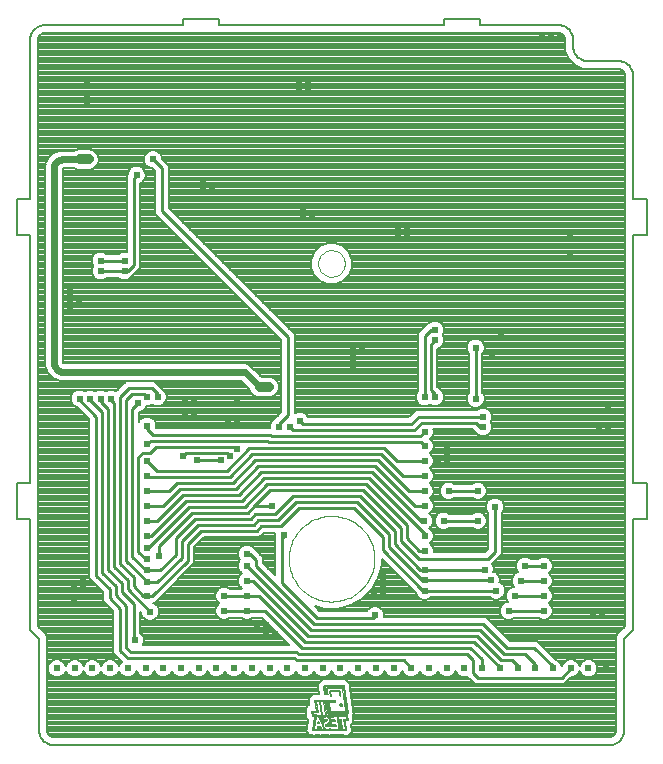
<source format=gbl>
G75*
G70*
%OFA0B0*%
%FSLAX24Y24*%
%IPPOS*%
%LPD*%
%AMOC8*
5,1,8,0,0,1.08239X$1,22.5*
%
%ADD10C,0.0050*%
%ADD11C,0.0000*%
%ADD12C,0.0240*%
%ADD13C,0.0010*%
%ADD14C,0.0040*%
%ADD15C,0.0020*%
%ADD16C,0.0030*%
%ADD17C,0.0080*%
%ADD18C,0.0100*%
%ADD19C,0.0280*%
%ADD20C,0.0220*%
%ADD21C,0.0320*%
D10*
X000875Y001427D02*
X000875Y004477D01*
X000575Y004777D01*
X000575Y008477D01*
X000125Y008477D01*
X000125Y009677D01*
X000575Y009677D01*
X000575Y017927D01*
X000125Y017927D01*
X000125Y019127D01*
X000575Y019127D01*
X000575Y024427D01*
X000577Y024471D01*
X000583Y024514D01*
X000592Y024556D01*
X000605Y024598D01*
X000622Y024638D01*
X000642Y024677D01*
X000665Y024714D01*
X000692Y024748D01*
X000721Y024781D01*
X000754Y024810D01*
X000788Y024837D01*
X000825Y024860D01*
X000864Y024880D01*
X000904Y024897D01*
X000946Y024910D01*
X000988Y024919D01*
X001031Y024925D01*
X001075Y024927D01*
X005675Y024927D01*
X005675Y025127D01*
X006875Y025127D01*
X006875Y024927D01*
X014375Y024927D01*
X014375Y025127D01*
X015575Y025127D01*
X015575Y024927D01*
X018175Y024927D01*
X018219Y024925D01*
X018262Y024919D01*
X018304Y024910D01*
X018346Y024897D01*
X018386Y024880D01*
X018425Y024860D01*
X018462Y024837D01*
X018496Y024810D01*
X018529Y024781D01*
X018558Y024748D01*
X018585Y024714D01*
X018608Y024677D01*
X018628Y024638D01*
X018645Y024598D01*
X018658Y024556D01*
X018667Y024514D01*
X018673Y024471D01*
X018675Y024427D01*
X018675Y024227D01*
X018677Y024183D01*
X018683Y024140D01*
X018692Y024098D01*
X018705Y024056D01*
X018722Y024016D01*
X018742Y023977D01*
X018765Y023940D01*
X018792Y023906D01*
X018821Y023873D01*
X018854Y023844D01*
X018888Y023817D01*
X018925Y023794D01*
X018964Y023774D01*
X019004Y023757D01*
X019046Y023744D01*
X019088Y023735D01*
X019131Y023729D01*
X019175Y023727D01*
X020175Y023727D01*
X020219Y023725D01*
X020262Y023719D01*
X020304Y023710D01*
X020346Y023697D01*
X020386Y023680D01*
X020425Y023660D01*
X020462Y023637D01*
X020496Y023610D01*
X020529Y023581D01*
X020558Y023548D01*
X020585Y023514D01*
X020608Y023477D01*
X020628Y023438D01*
X020645Y023398D01*
X020658Y023356D01*
X020667Y023314D01*
X020673Y023271D01*
X020675Y023227D01*
X020675Y019127D01*
X021125Y019127D01*
X021125Y017927D01*
X020675Y017927D01*
X020675Y009677D01*
X021125Y009677D01*
X021125Y008477D01*
X020675Y008477D01*
X020675Y004777D01*
X020375Y004477D01*
X020375Y001427D01*
X020373Y001383D01*
X020367Y001340D01*
X020358Y001298D01*
X020345Y001256D01*
X020328Y001216D01*
X020308Y001177D01*
X020285Y001140D01*
X020258Y001106D01*
X020229Y001073D01*
X020196Y001044D01*
X020162Y001017D01*
X020125Y000994D01*
X020086Y000974D01*
X020046Y000957D01*
X020004Y000944D01*
X019962Y000935D01*
X019919Y000929D01*
X019875Y000927D01*
X001375Y000927D01*
X001331Y000929D01*
X001288Y000935D01*
X001246Y000944D01*
X001204Y000957D01*
X001164Y000974D01*
X001125Y000994D01*
X001088Y001017D01*
X001054Y001044D01*
X001021Y001073D01*
X000992Y001106D01*
X000965Y001140D01*
X000942Y001177D01*
X000922Y001216D01*
X000905Y001256D01*
X000892Y001298D01*
X000883Y001340D01*
X000877Y001383D01*
X000875Y001427D01*
D11*
X009198Y007138D02*
X009200Y007213D01*
X009206Y007288D01*
X009216Y007363D01*
X009230Y007437D01*
X009247Y007510D01*
X009269Y007583D01*
X009294Y007653D01*
X009323Y007723D01*
X009356Y007791D01*
X009392Y007857D01*
X009432Y007921D01*
X009475Y007983D01*
X009521Y008042D01*
X009570Y008099D01*
X009623Y008154D01*
X009678Y008205D01*
X009735Y008254D01*
X009795Y008299D01*
X009858Y008341D01*
X009922Y008380D01*
X009989Y008415D01*
X010057Y008447D01*
X010127Y008475D01*
X010198Y008500D01*
X010271Y008520D01*
X010344Y008537D01*
X010419Y008550D01*
X010493Y008559D01*
X010569Y008564D01*
X010644Y008565D01*
X010719Y008562D01*
X010794Y008555D01*
X010869Y008544D01*
X010943Y008529D01*
X011016Y008511D01*
X011087Y008488D01*
X011158Y008462D01*
X011227Y008432D01*
X011295Y008398D01*
X011360Y008361D01*
X011424Y008321D01*
X011485Y008277D01*
X011544Y008230D01*
X011600Y008180D01*
X011654Y008127D01*
X011705Y008071D01*
X011752Y008013D01*
X011797Y007952D01*
X011838Y007889D01*
X011876Y007824D01*
X011911Y007757D01*
X011942Y007688D01*
X011969Y007618D01*
X011992Y007547D01*
X012012Y007474D01*
X012028Y007400D01*
X012040Y007326D01*
X012048Y007251D01*
X012052Y007176D01*
X012052Y007100D01*
X012048Y007025D01*
X012040Y006950D01*
X012028Y006876D01*
X012012Y006802D01*
X011992Y006729D01*
X011969Y006658D01*
X011942Y006588D01*
X011911Y006519D01*
X011876Y006452D01*
X011838Y006387D01*
X011797Y006324D01*
X011752Y006263D01*
X011705Y006205D01*
X011654Y006149D01*
X011600Y006096D01*
X011544Y006046D01*
X011485Y005999D01*
X011424Y005955D01*
X011360Y005915D01*
X011295Y005878D01*
X011227Y005844D01*
X011158Y005814D01*
X011087Y005788D01*
X011016Y005765D01*
X010943Y005747D01*
X010869Y005732D01*
X010794Y005721D01*
X010719Y005714D01*
X010644Y005711D01*
X010569Y005712D01*
X010493Y005717D01*
X010419Y005726D01*
X010344Y005739D01*
X010271Y005756D01*
X010198Y005776D01*
X010127Y005801D01*
X010057Y005829D01*
X009989Y005861D01*
X009922Y005896D01*
X009858Y005935D01*
X009795Y005977D01*
X009735Y006022D01*
X009678Y006071D01*
X009623Y006122D01*
X009570Y006177D01*
X009521Y006234D01*
X009475Y006293D01*
X009432Y006355D01*
X009392Y006419D01*
X009356Y006485D01*
X009323Y006553D01*
X009294Y006623D01*
X009269Y006693D01*
X009247Y006766D01*
X009230Y006839D01*
X009216Y006913D01*
X009206Y006988D01*
X009200Y007063D01*
X009198Y007138D01*
X010182Y016979D02*
X010184Y017020D01*
X010190Y017062D01*
X010199Y017102D01*
X010213Y017141D01*
X010230Y017179D01*
X010250Y017215D01*
X010274Y017249D01*
X010301Y017281D01*
X010331Y017310D01*
X010363Y017336D01*
X010398Y017359D01*
X010434Y017379D01*
X010472Y017395D01*
X010512Y017407D01*
X010553Y017416D01*
X010594Y017421D01*
X010635Y017422D01*
X010677Y017419D01*
X010718Y017412D01*
X010758Y017402D01*
X010797Y017387D01*
X010834Y017369D01*
X010870Y017348D01*
X010904Y017323D01*
X010935Y017296D01*
X010963Y017266D01*
X010988Y017233D01*
X011010Y017197D01*
X011029Y017160D01*
X011044Y017122D01*
X011056Y017082D01*
X011064Y017041D01*
X011068Y017000D01*
X011068Y016958D01*
X011064Y016917D01*
X011056Y016876D01*
X011044Y016836D01*
X011029Y016798D01*
X011010Y016761D01*
X010988Y016725D01*
X010963Y016692D01*
X010935Y016662D01*
X010904Y016635D01*
X010870Y016610D01*
X010834Y016589D01*
X010797Y016571D01*
X010758Y016556D01*
X010718Y016546D01*
X010677Y016539D01*
X010635Y016536D01*
X010594Y016537D01*
X010553Y016542D01*
X010512Y016551D01*
X010472Y016563D01*
X010434Y016579D01*
X010398Y016599D01*
X010363Y016622D01*
X010331Y016648D01*
X010301Y016677D01*
X010274Y016709D01*
X010250Y016743D01*
X010230Y016779D01*
X010213Y016817D01*
X010199Y016856D01*
X010190Y016896D01*
X010184Y016938D01*
X010182Y016979D01*
D12*
X009975Y018277D03*
X009975Y018577D03*
X009675Y018577D03*
X009675Y018877D03*
X006625Y019427D03*
X006325Y019427D03*
X006325Y019127D03*
X006325Y019727D03*
X004675Y020447D03*
X004125Y019927D03*
X002475Y022027D03*
X002475Y022327D03*
X002475Y022627D03*
X002475Y022927D03*
X002925Y017077D03*
X002925Y016727D03*
X003725Y016727D03*
X003725Y017077D03*
X002215Y015727D03*
X001915Y015727D03*
X001915Y015427D03*
X001915Y016027D03*
X002225Y012477D03*
X002575Y012477D03*
X002925Y012477D03*
X003275Y012477D03*
X004175Y012327D03*
X004475Y012527D03*
X004825Y012527D03*
X005725Y012327D03*
X005725Y012027D03*
X006025Y012027D03*
X006025Y012327D03*
X007175Y011777D03*
X007475Y011777D03*
X007475Y012077D03*
X007475Y012377D03*
X007475Y010807D03*
X007245Y010577D03*
X006925Y010427D03*
X006125Y010427D03*
X005675Y010577D03*
X004475Y010407D03*
X004475Y009907D03*
X004475Y009407D03*
X004475Y008907D03*
X004475Y008407D03*
X004475Y007907D03*
X004475Y007507D03*
X004475Y007127D03*
X004475Y006757D03*
X004475Y006357D03*
X004475Y005907D03*
X004575Y005377D03*
X004075Y004427D03*
X003834Y003481D03*
X004424Y003481D03*
X005015Y003481D03*
X005605Y003481D03*
X006196Y003481D03*
X006786Y003481D03*
X007377Y003481D03*
X007968Y003481D03*
X008558Y003481D03*
X009149Y003481D03*
X009739Y003481D03*
X010330Y003481D03*
X010920Y003481D03*
X011511Y003481D03*
X012101Y003481D03*
X012692Y003481D03*
X013282Y003481D03*
X013873Y003481D03*
X014464Y003481D03*
X015054Y003481D03*
X015645Y003481D03*
X016235Y003481D03*
X016826Y003481D03*
X017416Y003481D03*
X018007Y003481D03*
X018597Y003481D03*
X019188Y003481D03*
X019779Y003481D03*
X019625Y005327D03*
X019325Y005327D03*
X019625Y005627D03*
X019925Y005627D03*
X017700Y005402D03*
X017700Y005902D03*
X017700Y006402D03*
X017700Y006902D03*
X017075Y006902D03*
X016925Y006402D03*
X016735Y005902D03*
X016525Y005402D03*
X016115Y006077D03*
X015925Y006427D03*
X015725Y006777D03*
X015500Y008402D03*
X016075Y008877D03*
X015500Y009402D03*
X014525Y009402D03*
X013725Y009407D03*
X013725Y008907D03*
X013705Y008407D03*
X013725Y007907D03*
X013725Y007407D03*
X013725Y006777D03*
X013725Y006427D03*
X013725Y006077D03*
X012325Y005927D03*
X012025Y005927D03*
X012325Y006227D03*
X012325Y006527D03*
X012075Y005247D03*
X014360Y008402D03*
X013725Y009907D03*
X013725Y010407D03*
X014175Y010327D03*
X014475Y010327D03*
X014475Y010627D03*
X014475Y010927D03*
X013725Y010907D03*
X013725Y011377D03*
X013725Y012527D03*
X014075Y012527D03*
X015425Y012477D03*
X015675Y011877D03*
X015675Y011527D03*
X015975Y013977D03*
X015975Y014277D03*
X016275Y014277D03*
X016275Y014577D03*
X015425Y014177D03*
X014075Y014427D03*
X014075Y014777D03*
X011625Y014127D03*
X011325Y014127D03*
X011325Y013827D03*
X011325Y013527D03*
X009575Y011727D03*
X009225Y011527D03*
X008875Y011527D03*
X008625Y008907D03*
X009025Y007927D03*
X007805Y007307D03*
X007805Y006907D03*
X007805Y006407D03*
X007805Y005907D03*
X007805Y005407D03*
X008125Y004927D03*
X008425Y004927D03*
X008425Y004627D03*
X008725Y004627D03*
X007045Y005407D03*
X007045Y005907D03*
X004875Y007217D03*
X002325Y006427D03*
X002325Y006127D03*
X002025Y006127D03*
X002025Y005827D03*
X002062Y003481D03*
X001471Y003481D03*
X002653Y003481D03*
X003243Y003481D03*
X004475Y010957D03*
X004475Y011577D03*
X012825Y017877D03*
X013125Y017877D03*
X013125Y018177D03*
X012825Y018177D03*
X009825Y022727D03*
X009525Y022727D03*
X009525Y023027D03*
X009825Y023027D03*
X017625Y024527D03*
X017925Y024527D03*
X017925Y024227D03*
X018225Y024527D03*
X018575Y017877D03*
X018575Y017577D03*
X018575Y017277D03*
X018275Y017577D03*
X019825Y012127D03*
X019825Y011827D03*
X019825Y011527D03*
X019525Y011527D03*
D13*
X011050Y002882D02*
X011171Y002002D01*
X011161Y001984D01*
X011153Y001976D01*
X011143Y001968D01*
X011135Y001967D01*
X010516Y001966D01*
X010494Y001979D01*
X010481Y001993D01*
X010472Y002014D01*
X010414Y002429D01*
X010726Y002428D01*
X010738Y002364D01*
X010524Y002364D01*
X010557Y002104D01*
X010569Y002084D01*
X010584Y002070D01*
X010598Y002061D01*
X010608Y002057D01*
X010719Y002056D01*
X011035Y002065D01*
X011047Y002078D01*
X011057Y002091D01*
X011058Y002120D01*
X010964Y002806D01*
X010950Y002825D01*
X010936Y002834D01*
X010926Y002837D01*
X010917Y002840D01*
X010491Y002839D01*
X010496Y002839D02*
X010485Y002834D01*
X010479Y002827D01*
X010470Y002816D01*
X010466Y002805D01*
X010467Y002794D01*
X010470Y002777D01*
X010489Y002616D01*
X010491Y002615D02*
X010388Y002616D01*
X010354Y002868D01*
X010354Y002881D01*
X010360Y002894D01*
X010371Y002911D01*
X010381Y002923D01*
X010393Y002931D01*
X011012Y002932D01*
X011024Y002924D01*
X011031Y002915D01*
X011040Y002907D01*
X011046Y002897D01*
X011049Y002891D01*
X011050Y002882D01*
X010887Y002743D02*
X010881Y002745D01*
X010866Y002746D01*
X010568Y002746D01*
X010560Y002742D01*
X010552Y002734D01*
X010548Y002726D01*
X010548Y002714D01*
X010565Y002568D01*
X010574Y002567D01*
X010586Y002568D01*
X010592Y002570D01*
X010590Y002576D01*
X010591Y002570D02*
X010575Y002709D01*
X010577Y002719D01*
X010585Y002724D01*
X010592Y002726D01*
X010865Y002727D01*
X010870Y002722D01*
X010875Y002706D01*
X010878Y002683D01*
X010882Y002652D01*
X010888Y002612D01*
X010892Y002570D01*
X010896Y002568D01*
X010902Y002569D01*
X010915Y002568D01*
X010909Y002574D01*
X010898Y002576D01*
X010876Y002726D01*
X010870Y002732D01*
X010857Y002733D01*
X010838Y002733D01*
X010803Y002734D01*
X010648Y002734D01*
X010605Y002734D01*
X010575Y002732D01*
X010580Y002727D01*
X010575Y002723D01*
X010570Y002716D01*
X010568Y002704D01*
X010584Y002571D01*
X010574Y002573D01*
X010568Y002577D01*
X010554Y002714D01*
X010556Y002724D01*
X010561Y002734D01*
X010575Y002737D01*
X010605Y002739D01*
X010683Y002740D01*
X010758Y002739D01*
X010807Y002738D01*
X010849Y002738D01*
X010877Y002737D01*
X010889Y002732D01*
X010907Y002580D01*
X010882Y002730D01*
X010892Y002736D02*
X010887Y002743D01*
X010892Y002736D02*
X010898Y002720D01*
X010916Y002568D01*
X010909Y002336D02*
X010946Y002336D01*
X010947Y002335D02*
X010959Y002215D01*
X010919Y002214D01*
X010909Y002336D01*
X010915Y002325D02*
X010916Y002306D01*
X010944Y002306D01*
X010942Y002318D01*
X010930Y002320D01*
X010919Y002318D01*
X010922Y002312D01*
X010936Y002312D01*
X010942Y002327D02*
X010918Y002327D01*
X010915Y002325D01*
X010885Y002300D02*
X010889Y002253D01*
X010989Y002253D01*
X010980Y002300D01*
X010981Y002299D02*
X010987Y002255D01*
X010980Y002259D02*
X010977Y002284D01*
X010900Y002285D01*
X010900Y002266D01*
X010971Y002267D01*
X010971Y002276D01*
X010903Y002275D01*
X010894Y002260D02*
X010980Y002259D01*
X010951Y002251D02*
X010930Y002244D01*
X010923Y002246D01*
X010925Y002222D01*
X010949Y002221D01*
X010953Y002225D01*
X010951Y002240D01*
X010941Y002239D01*
X010931Y002239D01*
X010929Y002229D01*
X010940Y002227D01*
X010947Y002229D01*
X010938Y002233D01*
X010931Y002232D01*
X010950Y002245D01*
X010979Y002290D02*
X010892Y002291D01*
X010894Y002260D01*
X010885Y002300D02*
X010976Y002300D01*
X011133Y001967D02*
X011135Y001967D01*
X011142Y001926D02*
X011158Y001759D01*
X011075Y001759D01*
X011114Y001432D01*
X011115Y001432D02*
X009978Y001433D01*
X010054Y001891D01*
X010052Y001898D01*
X009969Y001898D01*
X009944Y002075D01*
X010097Y002075D01*
X010053Y002429D01*
X010369Y002429D01*
X010436Y001974D01*
X010454Y001948D01*
X010484Y001926D01*
X010488Y001925D01*
X011142Y001926D01*
X011093Y001880D02*
X011107Y001806D01*
X011100Y001804D01*
X011012Y001804D01*
X011059Y001468D01*
X011054Y001468D02*
X010977Y001469D01*
X010926Y001805D01*
X010841Y001805D01*
X010839Y001806D01*
X010836Y001807D01*
X010824Y001879D01*
X011093Y001880D01*
X010795Y001880D02*
X010853Y001469D01*
X010848Y001469D02*
X010588Y001469D01*
X010583Y001476D01*
X010577Y001485D01*
X010568Y001487D01*
X010560Y001484D01*
X010548Y001480D01*
X010533Y001476D01*
X010523Y001469D01*
X010438Y001470D01*
X010424Y001478D01*
X010407Y001487D01*
X010392Y001497D01*
X010371Y001511D01*
X010359Y001527D01*
X010350Y001542D01*
X010341Y001552D01*
X010333Y001579D01*
X010331Y001603D01*
X010332Y001624D01*
X010339Y001647D01*
X010349Y001668D01*
X010363Y001689D01*
X010381Y001709D01*
X010402Y001720D01*
X010425Y001724D01*
X010454Y001733D01*
X010470Y001748D01*
X010472Y001758D01*
X010472Y001778D01*
X010457Y001790D01*
X010446Y001801D01*
X010439Y001805D01*
X010422Y001804D01*
X010411Y001798D01*
X010406Y001794D01*
X010382Y001795D01*
X010356Y001797D01*
X010348Y001799D01*
X010343Y001806D01*
X010340Y001815D01*
X010341Y001860D01*
X010340Y001859D02*
X010346Y001868D01*
X010355Y001872D01*
X010372Y001877D01*
X010391Y001878D01*
X010429Y001880D01*
X010453Y001879D01*
X010472Y001876D01*
X010488Y001870D01*
X010503Y001861D01*
X010523Y001840D01*
X010540Y001822D01*
X010550Y001802D01*
X010556Y001784D01*
X010555Y001784D02*
X010556Y001724D01*
X010544Y001706D01*
X010521Y001681D01*
X010492Y001660D01*
X010465Y001649D01*
X010440Y001638D01*
X010429Y001627D01*
X010416Y001615D01*
X010414Y001602D01*
X010415Y001583D01*
X010421Y001573D01*
X010432Y001563D01*
X010446Y001553D01*
X010460Y001553D01*
X010519Y001553D01*
X010530Y001561D01*
X010546Y001568D01*
X010564Y001570D01*
X010584Y001566D01*
X010591Y001556D01*
X010591Y001554D01*
X010760Y001553D01*
X010747Y001636D01*
X010625Y001637D01*
X010621Y001640D01*
X010609Y001722D01*
X010732Y001722D01*
X010722Y001804D01*
X010587Y001804D01*
X010578Y001811D01*
X010575Y001821D01*
X010574Y001829D01*
X010574Y001877D01*
X010575Y001877D01*
X010576Y001878D01*
X010795Y001880D01*
X010391Y001945D02*
X010330Y002393D01*
X010326Y002392D02*
X010235Y002392D01*
X010301Y001945D01*
X010391Y001945D01*
X010267Y001944D02*
X010202Y002391D01*
X010117Y002393D01*
X010164Y002028D01*
X009997Y002029D01*
X010005Y001946D01*
X010267Y001944D01*
X010181Y001879D02*
X010339Y001530D01*
X010359Y001470D01*
X010356Y001470D02*
X010282Y001469D01*
X010274Y001474D01*
X010270Y001482D01*
X010260Y001502D01*
X010231Y001572D01*
X010135Y001572D01*
X010126Y001470D01*
X010044Y001469D01*
X010043Y001472D01*
X010042Y001510D01*
X010107Y001875D01*
X010110Y001880D01*
X010181Y001879D01*
X010166Y001724D02*
X010153Y001655D01*
X010193Y001654D01*
X010168Y001703D01*
X010160Y001661D01*
X010182Y001663D01*
X010170Y001684D01*
X010167Y001668D01*
X010170Y001669D01*
X010175Y001670D01*
X010194Y001655D02*
X010166Y001724D01*
X010576Y002573D02*
X010561Y002699D01*
X010563Y002716D01*
X010565Y002729D01*
X010571Y002731D01*
X010568Y002726D01*
D14*
X010470Y002635D02*
X010445Y002797D01*
X010455Y002832D01*
X010472Y002848D01*
X010488Y002855D01*
X010928Y002861D01*
X010959Y002841D01*
X010976Y002825D01*
X010980Y002810D01*
X011081Y002083D01*
X011060Y002060D01*
X011040Y002047D01*
X010622Y002035D01*
X010578Y002044D01*
X010560Y002067D01*
X010542Y002088D01*
X010502Y002371D01*
X010517Y002385D01*
X010555Y002385D01*
X010718Y002383D01*
X010712Y002410D01*
X010455Y002409D01*
X010498Y002397D01*
X010471Y002385D01*
X010472Y002357D01*
X010507Y002085D01*
X010587Y002018D01*
X010505Y002060D01*
X010520Y002012D01*
X010551Y002009D01*
X011119Y002014D01*
X011055Y002022D01*
X011108Y002039D01*
X011088Y002047D01*
X011120Y002061D01*
X011110Y002079D01*
X010994Y002875D01*
X010975Y002864D01*
X010975Y002878D01*
X010956Y002877D01*
X010454Y002880D01*
X010415Y002882D01*
X010403Y002868D01*
X010403Y002839D01*
X010448Y002856D01*
X010410Y002834D01*
X010421Y002820D01*
X010408Y002811D01*
X010434Y002659D01*
X010403Y002633D02*
X010470Y002635D01*
X010403Y002633D02*
X010374Y002866D01*
X010377Y002881D01*
X010402Y002913D01*
X010918Y002911D01*
X011009Y002912D01*
X011027Y002891D01*
X011148Y002013D01*
X011149Y002001D01*
X011132Y001985D01*
X011116Y001983D01*
X010529Y001983D01*
X010513Y001988D01*
X010493Y002009D01*
X010486Y002050D01*
X010434Y002411D01*
X010453Y002396D01*
X010354Y002410D02*
X010420Y001941D01*
X010410Y001943D01*
X010347Y002398D01*
X010354Y002410D02*
X010090Y002410D01*
X010095Y002407D02*
X010074Y002412D01*
X010118Y002078D01*
X010139Y002085D02*
X010095Y002407D01*
X010219Y002404D02*
X010227Y002335D01*
X010289Y001918D01*
X010334Y001926D02*
X009995Y001925D01*
X009985Y001956D01*
X009976Y002019D01*
X009966Y002057D01*
X010140Y002057D01*
X010144Y002046D01*
X009984Y002049D01*
X009979Y001978D02*
X009983Y001919D01*
X010050Y001917D01*
X010111Y001901D01*
X010339Y001888D01*
X010321Y001868D01*
X010319Y001788D01*
X010345Y001780D01*
X010391Y001773D01*
X010418Y001777D01*
X010432Y001781D01*
X010453Y001764D01*
X010439Y001749D01*
X010400Y001740D01*
X010355Y001711D01*
X010332Y001672D01*
X010315Y001628D01*
X010205Y001870D01*
X010288Y001862D01*
X010243Y001847D01*
X010315Y001694D01*
X010371Y001750D01*
X010320Y001768D01*
X010326Y001734D01*
X010294Y001840D01*
X010277Y001837D01*
X010291Y001805D01*
X010361Y001893D02*
X010364Y001923D01*
X010479Y001905D01*
X010618Y001906D01*
X010600Y001897D02*
X010669Y001899D01*
X010809Y001897D01*
X010806Y001901D02*
X010822Y001800D01*
X010829Y001788D02*
X010873Y001469D01*
X010919Y001474D01*
X010884Y001754D01*
X010863Y001762D01*
X010890Y001491D01*
X010955Y001471D02*
X010911Y001785D01*
X010829Y001788D01*
X010820Y001899D02*
X010806Y001901D01*
X010820Y001899D02*
X011090Y001898D01*
X011114Y001888D01*
X011125Y001797D01*
X011115Y001789D01*
X011066Y001785D01*
X011070Y001778D01*
X011142Y001777D01*
X011125Y001907D01*
X010640Y001905D01*
X010600Y001897D02*
X010557Y001897D01*
X010472Y001895D01*
X010410Y001899D01*
X010361Y001893D01*
X010334Y001926D02*
X010397Y001930D01*
X010430Y001951D02*
X010443Y001939D01*
X010459Y001921D01*
X010474Y001909D01*
X010220Y001550D02*
X010154Y001553D01*
X010148Y001473D01*
X010213Y001476D01*
X010203Y001519D01*
X010182Y001518D01*
X010179Y001494D01*
X010220Y001550D02*
X010254Y001467D01*
X010258Y001455D01*
X010123Y001451D02*
X009997Y001449D01*
X010080Y001924D01*
X010098Y001928D01*
X010014Y001478D01*
X010023Y001469D01*
X010025Y001492D01*
X010123Y001451D02*
X010558Y001452D01*
X010542Y001459D01*
X010551Y001459D01*
X010567Y001464D01*
X010579Y001452D01*
X010599Y001452D01*
X011060Y001451D01*
X011050Y001452D02*
X011093Y001448D01*
X011051Y001783D01*
X011034Y001788D01*
X011080Y001467D01*
X010959Y001454D02*
X010955Y001471D01*
X010144Y002058D02*
X010139Y002085D01*
D15*
X010311Y001609D02*
X010315Y001603D01*
X010365Y001482D01*
X010369Y001470D01*
X010385Y001473D01*
X010389Y001472D01*
X010372Y001482D01*
X010364Y001504D02*
X010349Y001528D01*
X010336Y001551D01*
X010323Y001587D01*
X010321Y001606D01*
X010311Y001609D01*
X010364Y001504D02*
X010401Y001479D01*
X010420Y001468D01*
D16*
X010448Y001569D02*
X010435Y001579D01*
X010432Y001597D01*
X010440Y001617D01*
X010427Y001609D01*
X010477Y001637D01*
X010522Y001661D01*
X010606Y001635D01*
X010624Y001622D01*
X010736Y001623D01*
X010742Y001582D01*
X010589Y001595D01*
X010473Y001589D01*
X010455Y001594D01*
X010478Y001617D01*
X010522Y001636D01*
X010727Y001602D01*
X010524Y001614D01*
X010492Y001612D01*
X010602Y001647D01*
X010563Y001817D01*
X010561Y001867D01*
X010500Y001881D01*
X010521Y001862D01*
X010544Y001843D01*
X010553Y001826D01*
X010577Y001777D01*
X010569Y001731D01*
X010564Y001712D01*
X010547Y001686D01*
X010531Y001668D01*
X010570Y001668D01*
X010581Y001659D01*
X010573Y001692D01*
X010598Y001682D01*
X010584Y001792D01*
X010709Y001792D01*
X010718Y001736D01*
X010609Y001734D01*
X010604Y001769D01*
X010673Y001771D01*
X010698Y001759D01*
X010657Y001750D01*
X010610Y001750D01*
X010570Y001581D02*
X010542Y001579D01*
X010518Y001571D01*
X010499Y001566D01*
X010467Y001567D01*
X010448Y001569D01*
X010570Y001581D02*
X010590Y001577D01*
X010599Y001571D01*
X010615Y001566D01*
X010681Y001565D01*
X010744Y001564D01*
D17*
X010585Y001247D02*
X010916Y001247D01*
X010928Y001240D01*
X010954Y001247D01*
X011026Y001247D01*
X011035Y001239D01*
X011057Y001242D01*
X011061Y001239D01*
X011111Y001245D01*
X011157Y001241D01*
X011163Y001247D01*
X011191Y001247D01*
X011201Y001256D01*
X011213Y001258D01*
X011250Y001305D01*
X011300Y001355D01*
X011300Y001369D01*
X011307Y001378D01*
X011300Y001439D01*
X011300Y001508D01*
X011300Y001508D01*
X011300Y001512D01*
X011290Y001524D01*
X011278Y001615D01*
X011294Y001634D01*
X011343Y001682D01*
X011343Y001692D01*
X011349Y001699D01*
X011347Y001715D01*
X011351Y001720D01*
X011343Y001787D01*
X011343Y001801D01*
X011343Y001856D01*
X011333Y001867D01*
X011331Y001895D01*
X011349Y001913D01*
X011348Y001921D01*
X011351Y001924D01*
X011351Y001933D01*
X011364Y001951D01*
X011362Y001968D01*
X011370Y001983D01*
X011352Y002042D01*
X011351Y002051D01*
X011352Y002075D01*
X011347Y002081D01*
X011346Y002086D01*
X011345Y002102D01*
X011343Y002104D01*
X011243Y002836D01*
X011246Y002840D01*
X011240Y002872D01*
X011249Y002893D01*
X011238Y002918D01*
X011242Y002939D01*
X011233Y002952D01*
X011233Y002956D01*
X011226Y002965D01*
X011223Y002982D01*
X011223Y002986D01*
X011218Y002991D01*
X011217Y003000D01*
X011198Y003013D01*
X011189Y003035D01*
X011188Y003039D01*
X011161Y003056D01*
X011149Y003074D01*
X011141Y003076D01*
X011125Y003097D01*
X011115Y003098D01*
X011110Y003104D01*
X011100Y003105D01*
X011089Y003117D01*
X011066Y003117D01*
X011046Y003129D01*
X010991Y003116D01*
X010981Y003116D01*
X010973Y003118D01*
X010972Y003117D01*
X010945Y003119D01*
X010942Y003116D01*
X010467Y003116D01*
X010462Y003121D01*
X010423Y003116D01*
X010407Y003116D01*
X010345Y003126D01*
X010332Y003116D01*
X010316Y003116D01*
X010303Y003103D01*
X010297Y003102D01*
X010297Y003102D01*
X010290Y003101D01*
X010270Y003077D01*
X010255Y003074D01*
X010238Y003047D01*
X010235Y003045D01*
X010226Y003041D01*
X010223Y003036D01*
X010210Y003026D01*
X010207Y003004D01*
X010192Y002993D01*
X010190Y002983D01*
X010181Y002972D01*
X010181Y002969D01*
X010169Y002957D01*
X010169Y002942D01*
X010169Y002940D01*
X010169Y002936D01*
X010163Y002926D01*
X010164Y002923D01*
X010161Y002920D01*
X010163Y002907D01*
X010154Y002890D01*
X010169Y002848D01*
X010164Y002815D01*
X010169Y002808D01*
X010169Y002791D01*
X010179Y002782D01*
X010201Y002614D01*
X010154Y002614D01*
X010150Y002617D01*
X010138Y002615D01*
X010130Y002621D01*
X010110Y002619D01*
X010106Y002622D01*
X010072Y002618D01*
X010037Y002625D01*
X010019Y002614D01*
X009976Y002614D01*
X009967Y002604D01*
X009954Y002603D01*
X009914Y002551D01*
X009904Y002542D01*
X009897Y002537D01*
X009896Y002534D01*
X009868Y002505D01*
X009868Y002492D01*
X009860Y002482D01*
X009868Y002417D01*
X009868Y002409D01*
X009860Y002376D01*
X009868Y002364D01*
X009868Y002352D01*
X009877Y002343D01*
X009887Y002260D01*
X009868Y002260D01*
X009857Y002250D01*
X009843Y002248D01*
X009804Y002197D01*
X009759Y002152D01*
X009759Y002137D01*
X009750Y002125D01*
X009755Y002091D01*
X009751Y002083D01*
X009759Y002054D01*
X009759Y001998D01*
X009766Y001991D01*
X009766Y001973D01*
X009771Y001969D01*
X009773Y001961D01*
X009783Y001890D01*
X009782Y001839D01*
X009783Y001838D01*
X009783Y001823D01*
X009794Y001812D01*
X009796Y001797D01*
X009845Y001760D01*
X009808Y001542D01*
X009796Y001529D01*
X009796Y001513D01*
X009793Y001509D01*
X009793Y001448D01*
X009783Y001387D01*
X009793Y001373D01*
X009793Y001356D01*
X009836Y001313D01*
X009872Y001263D01*
X009889Y001260D01*
X009901Y001248D01*
X009962Y001248D01*
X010023Y001237D01*
X010028Y001241D01*
X010045Y001238D01*
X010058Y001247D01*
X010224Y001247D01*
X010241Y001239D01*
X010266Y001247D01*
X010521Y001247D01*
X010526Y001244D01*
X010532Y001246D01*
X010556Y001236D01*
X010585Y001247D01*
X011254Y001309D02*
X020076Y001309D01*
X020070Y001297D02*
X020006Y001232D01*
X019921Y001197D01*
X019875Y001192D01*
X001375Y001192D01*
X001329Y001197D01*
X001244Y001232D01*
X001180Y001297D01*
X001145Y001382D01*
X001140Y001427D01*
X001140Y004530D01*
X001100Y004628D01*
X000845Y004882D01*
X000845Y024474D01*
X000880Y024558D01*
X000944Y024623D01*
X001028Y024657D01*
X018222Y024657D01*
X018306Y024623D01*
X018370Y024558D01*
X018405Y024473D01*
X018410Y024427D01*
X018410Y024075D01*
X018526Y023794D01*
X018742Y023579D01*
X019023Y023462D01*
X020175Y023462D01*
X020221Y023458D01*
X020306Y023423D01*
X020370Y023358D01*
X020405Y023274D01*
X020405Y004882D01*
X020150Y004628D01*
X020110Y004530D01*
X020110Y001427D01*
X020105Y001382D01*
X020070Y001297D01*
X020003Y001231D02*
X001247Y001231D01*
X001174Y001309D02*
X009838Y001309D01*
X009783Y001388D02*
X001144Y001388D01*
X001140Y001466D02*
X009793Y001466D01*
X009809Y001545D02*
X001140Y001545D01*
X001140Y001623D02*
X009822Y001623D01*
X009835Y001702D02*
X001140Y001702D01*
X001140Y001780D02*
X009818Y001780D01*
X009782Y001859D02*
X001140Y001859D01*
X001140Y001937D02*
X009776Y001937D01*
X009759Y002016D02*
X001140Y002016D01*
X001140Y002094D02*
X009755Y002094D01*
X009781Y002173D02*
X001140Y002173D01*
X001140Y002251D02*
X009859Y002251D01*
X009879Y002330D02*
X001140Y002330D01*
X001140Y002408D02*
X009868Y002408D01*
X009864Y002487D02*
X001140Y002487D01*
X001140Y002565D02*
X009925Y002565D01*
X010158Y002879D02*
X001140Y002879D01*
X001140Y002801D02*
X010169Y002801D01*
X010187Y002722D02*
X001140Y002722D01*
X001140Y002644D02*
X010197Y002644D01*
X010170Y002958D02*
X001140Y002958D01*
X001140Y003036D02*
X010223Y003036D01*
X010315Y003115D02*
X001140Y003115D01*
X001140Y003193D02*
X001381Y003193D01*
X001412Y003181D02*
X001531Y003181D01*
X001641Y003226D01*
X001726Y003311D01*
X001767Y003409D01*
X001808Y003311D01*
X001892Y003226D01*
X002002Y003181D01*
X002122Y003181D01*
X002232Y003226D01*
X002316Y003311D01*
X002357Y003409D01*
X002398Y003311D01*
X002483Y003226D01*
X002593Y003181D01*
X002712Y003181D01*
X002822Y003226D01*
X002907Y003311D01*
X002948Y003409D01*
X002989Y003311D01*
X003073Y003226D01*
X003183Y003181D01*
X003303Y003181D01*
X003413Y003226D01*
X003497Y003311D01*
X003538Y003409D01*
X003579Y003311D01*
X003664Y003226D01*
X003774Y003181D01*
X003893Y003181D01*
X004004Y003226D01*
X004088Y003311D01*
X004129Y003409D01*
X004170Y003311D01*
X004254Y003226D01*
X004365Y003181D01*
X004484Y003181D01*
X004594Y003226D01*
X004679Y003311D01*
X004719Y003409D01*
X004760Y003311D01*
X004845Y003226D01*
X004955Y003181D01*
X005074Y003181D01*
X005185Y003226D01*
X005269Y003311D01*
X005310Y003409D01*
X005351Y003311D01*
X005435Y003226D01*
X005546Y003181D01*
X005665Y003181D01*
X005775Y003226D01*
X005860Y003311D01*
X005901Y003409D01*
X005942Y003311D01*
X006026Y003226D01*
X006136Y003181D01*
X006256Y003181D01*
X006366Y003226D01*
X006450Y003311D01*
X006491Y003409D01*
X006532Y003311D01*
X006616Y003226D01*
X006727Y003181D01*
X006846Y003181D01*
X006956Y003226D01*
X007041Y003311D01*
X007082Y003409D01*
X007123Y003311D01*
X007207Y003226D01*
X007317Y003181D01*
X007437Y003181D01*
X007547Y003226D01*
X007631Y003311D01*
X007672Y003409D01*
X007713Y003311D01*
X007798Y003226D01*
X007908Y003181D01*
X008027Y003181D01*
X008137Y003226D01*
X008222Y003311D01*
X008263Y003409D01*
X008304Y003311D01*
X008388Y003226D01*
X008498Y003181D01*
X008618Y003181D01*
X008728Y003226D01*
X008812Y003311D01*
X008853Y003409D01*
X008894Y003311D01*
X008979Y003226D01*
X009089Y003181D01*
X009208Y003181D01*
X009319Y003226D01*
X009403Y003311D01*
X009444Y003409D01*
X009485Y003311D01*
X009569Y003226D01*
X009679Y003181D01*
X009799Y003181D01*
X009909Y003226D01*
X009994Y003311D01*
X010034Y003409D01*
X010075Y003311D01*
X010160Y003226D01*
X010270Y003181D01*
X010389Y003181D01*
X010500Y003226D01*
X010584Y003311D01*
X010625Y003409D01*
X010666Y003311D01*
X010750Y003226D01*
X010861Y003181D01*
X010980Y003181D01*
X011090Y003226D01*
X011175Y003311D01*
X011216Y003409D01*
X011256Y003311D01*
X011341Y003226D01*
X011451Y003181D01*
X011571Y003181D01*
X011681Y003226D01*
X011765Y003311D01*
X011806Y003409D01*
X011847Y003311D01*
X011931Y003226D01*
X012042Y003181D01*
X012161Y003181D01*
X012271Y003226D01*
X012356Y003311D01*
X012397Y003409D01*
X012438Y003311D01*
X012522Y003226D01*
X012632Y003181D01*
X012752Y003181D01*
X012862Y003226D01*
X012946Y003311D01*
X012987Y003409D01*
X013028Y003311D01*
X013113Y003226D01*
X013223Y003181D01*
X013342Y003181D01*
X013452Y003226D01*
X013537Y003311D01*
X013578Y003409D01*
X013619Y003311D01*
X013703Y003226D01*
X013813Y003181D01*
X013933Y003181D01*
X014043Y003226D01*
X014127Y003311D01*
X014168Y003409D01*
X014209Y003311D01*
X014294Y003226D01*
X014404Y003181D01*
X014523Y003181D01*
X014634Y003226D01*
X014718Y003311D01*
X014759Y003409D01*
X014800Y003311D01*
X014884Y003226D01*
X014994Y003181D01*
X015114Y003181D01*
X015155Y003197D01*
X015270Y003082D01*
X015405Y002947D01*
X018390Y002947D01*
X018623Y003181D01*
X018657Y003181D01*
X018767Y003226D01*
X018852Y003311D01*
X018893Y003409D01*
X018934Y003311D01*
X019018Y003226D01*
X019128Y003181D01*
X019248Y003181D01*
X019358Y003226D01*
X019442Y003311D01*
X019488Y003421D01*
X019488Y003540D01*
X019442Y003650D01*
X019358Y003735D01*
X019248Y003781D01*
X019128Y003781D01*
X019018Y003735D01*
X018934Y003650D01*
X018893Y003552D01*
X018852Y003650D01*
X018767Y003735D01*
X018657Y003781D01*
X018538Y003781D01*
X018428Y003735D01*
X018343Y003650D01*
X018302Y003552D01*
X018261Y003650D01*
X018177Y003735D01*
X018119Y003759D01*
X017605Y004273D01*
X017470Y004407D01*
X016570Y004407D01*
X015770Y005207D01*
X012375Y005207D01*
X012375Y005307D01*
X012329Y005417D01*
X012245Y005502D01*
X012135Y005547D01*
X012015Y005547D01*
X011905Y005502D01*
X011821Y005417D01*
X011817Y005407D01*
X010220Y005407D01*
X010066Y005562D01*
X010406Y005471D01*
X010844Y005471D01*
X011269Y005584D01*
X011649Y005804D01*
X011959Y006114D01*
X012179Y006495D01*
X012292Y006919D01*
X012292Y007135D01*
X013436Y005991D01*
X013471Y005907D01*
X013555Y005823D01*
X013665Y005777D01*
X013785Y005777D01*
X013895Y005823D01*
X013919Y005847D01*
X015921Y005847D01*
X015945Y005823D01*
X016055Y005777D01*
X016175Y005777D01*
X016285Y005823D01*
X016369Y005907D01*
X016415Y006018D01*
X016415Y006137D01*
X016369Y006247D01*
X016285Y006332D01*
X016221Y006358D01*
X016225Y006368D01*
X016225Y006487D01*
X016179Y006597D01*
X016095Y006682D01*
X016023Y006712D01*
X016025Y006718D01*
X016025Y006837D01*
X015979Y006947D01*
X015975Y006952D01*
X016170Y007147D01*
X016305Y007282D01*
X016305Y008683D01*
X016329Y008707D01*
X016375Y008818D01*
X016375Y008937D01*
X016329Y009047D01*
X016245Y009132D01*
X016135Y009177D01*
X016015Y009177D01*
X015905Y009132D01*
X015821Y009047D01*
X015775Y008937D01*
X015775Y008818D01*
X015821Y008707D01*
X015845Y008683D01*
X015845Y007473D01*
X015730Y007357D01*
X014025Y007357D01*
X014025Y007467D01*
X013979Y007577D01*
X013899Y007657D01*
X013979Y007737D01*
X014025Y007848D01*
X014025Y007967D01*
X013979Y008077D01*
X013895Y008162D01*
X013887Y008165D01*
X013959Y008237D01*
X014005Y008348D01*
X014005Y008467D01*
X013959Y008577D01*
X013887Y008650D01*
X013895Y008653D01*
X013979Y008737D01*
X014025Y008848D01*
X014025Y008967D01*
X013979Y009077D01*
X013899Y009157D01*
X013979Y009237D01*
X014025Y009348D01*
X014025Y009467D01*
X013979Y009577D01*
X013899Y009657D01*
X013979Y009737D01*
X014025Y009848D01*
X014025Y009967D01*
X013979Y010077D01*
X013899Y010157D01*
X013979Y010237D01*
X014025Y010348D01*
X014025Y010467D01*
X013979Y010577D01*
X013899Y010657D01*
X013979Y010737D01*
X014025Y010848D01*
X014025Y010967D01*
X013979Y011077D01*
X013914Y011142D01*
X013979Y011207D01*
X014025Y011318D01*
X014025Y011437D01*
X014021Y011447D01*
X015330Y011447D01*
X015345Y011432D01*
X015480Y011297D01*
X015481Y011297D01*
X015505Y011273D01*
X015615Y011227D01*
X015735Y011227D01*
X015845Y011273D01*
X015929Y011357D01*
X020405Y011357D01*
X020405Y011279D02*
X015851Y011279D01*
X015929Y011357D02*
X015975Y011468D01*
X015975Y011587D01*
X015929Y011697D01*
X015924Y011702D01*
X015929Y011707D01*
X015975Y011818D01*
X015975Y011937D01*
X015929Y012047D01*
X015845Y012132D01*
X015735Y012177D01*
X015615Y012177D01*
X015505Y012132D01*
X015481Y012107D01*
X013430Y012107D01*
X013295Y011973D01*
X013180Y011857D01*
X009846Y011857D01*
X009829Y011897D01*
X009745Y011982D01*
X009635Y012027D01*
X009515Y012027D01*
X009405Y011982D01*
X009405Y011982D01*
X009405Y014623D01*
X009270Y014757D01*
X005205Y018823D01*
X005205Y020243D01*
X004975Y020473D01*
X004975Y020507D01*
X004929Y020617D01*
X004845Y020702D01*
X004735Y020747D01*
X004615Y020747D01*
X004505Y020702D01*
X004421Y020617D01*
X004375Y020507D01*
X004375Y020388D01*
X004421Y020277D01*
X004505Y020193D01*
X004615Y020147D01*
X004650Y020147D01*
X004745Y020052D01*
X004745Y018632D01*
X004880Y018497D01*
X008945Y014432D01*
X008945Y012023D01*
X008780Y011857D01*
X008645Y011723D01*
X008645Y011722D01*
X008621Y011697D01*
X008575Y011587D01*
X008575Y011507D01*
X004771Y011507D01*
X004775Y011518D01*
X004775Y011637D01*
X004729Y011747D01*
X004645Y011832D01*
X004535Y011877D01*
X004415Y011877D01*
X004305Y011832D01*
X004221Y011747D01*
X004205Y011709D01*
X004205Y012027D01*
X004235Y012027D01*
X004345Y012073D01*
X004429Y012157D01*
X004458Y012227D01*
X004535Y012227D01*
X004645Y012273D01*
X004650Y012278D01*
X004655Y012273D01*
X004765Y012227D01*
X004885Y012227D01*
X004995Y012273D01*
X005079Y012357D01*
X005125Y012468D01*
X005125Y012587D01*
X005079Y012697D01*
X005055Y012722D01*
X005055Y012723D01*
X004920Y012857D01*
X004720Y013057D01*
X003780Y013057D01*
X003449Y012727D01*
X003445Y012732D01*
X003335Y012777D01*
X003215Y012777D01*
X003105Y012732D01*
X003100Y012727D01*
X003095Y012732D01*
X002985Y012777D01*
X002865Y012777D01*
X002755Y012732D01*
X002750Y012727D01*
X002745Y012732D01*
X002635Y012777D01*
X002515Y012777D01*
X002405Y012732D01*
X002400Y012727D01*
X002395Y012732D01*
X002285Y012777D01*
X002165Y012777D01*
X002055Y012732D01*
X001971Y012647D01*
X001925Y012537D01*
X001925Y012418D01*
X001971Y012307D01*
X002055Y012223D01*
X002139Y012188D01*
X002545Y011782D01*
X002545Y006482D01*
X002995Y006032D01*
X002995Y005732D01*
X003345Y005382D01*
X003345Y003982D01*
X003480Y003847D01*
X003595Y003732D01*
X003628Y003699D01*
X003579Y003650D01*
X003538Y003552D01*
X003497Y003650D01*
X003413Y003735D01*
X003303Y003781D01*
X003183Y003781D01*
X003073Y003735D01*
X002989Y003650D01*
X002948Y003552D01*
X002907Y003650D01*
X002822Y003735D01*
X002712Y003781D01*
X002593Y003781D01*
X002483Y003735D01*
X002398Y003650D01*
X002357Y003552D01*
X002316Y003650D01*
X002232Y003735D01*
X002122Y003781D01*
X002002Y003781D01*
X001892Y003735D01*
X001808Y003650D01*
X001767Y003552D01*
X001726Y003650D01*
X001641Y003735D01*
X001531Y003781D01*
X001412Y003781D01*
X001302Y003735D01*
X001217Y003650D01*
X001171Y003540D01*
X001171Y003421D01*
X001217Y003311D01*
X001302Y003226D01*
X001412Y003181D01*
X001562Y003193D02*
X001971Y003193D01*
X001846Y003272D02*
X001687Y003272D01*
X001742Y003350D02*
X001791Y003350D01*
X001781Y003586D02*
X001753Y003586D01*
X001712Y003664D02*
X001822Y003664D01*
X001911Y003743D02*
X001622Y003743D01*
X001321Y003743D02*
X001140Y003743D01*
X001140Y003821D02*
X003506Y003821D01*
X003480Y003847D02*
X003480Y003847D01*
X003427Y003900D02*
X001140Y003900D01*
X001140Y003978D02*
X003349Y003978D01*
X003345Y004057D02*
X001140Y004057D01*
X001140Y004135D02*
X003345Y004135D01*
X003345Y004214D02*
X001140Y004214D01*
X001140Y004292D02*
X003345Y004292D01*
X003345Y004371D02*
X001140Y004371D01*
X001140Y004449D02*
X003345Y004449D01*
X003345Y004528D02*
X001140Y004528D01*
X001108Y004606D02*
X003345Y004606D01*
X003345Y004685D02*
X001042Y004685D01*
X000964Y004763D02*
X003345Y004763D01*
X003345Y004842D02*
X000885Y004842D01*
X000845Y004920D02*
X003345Y004920D01*
X003345Y004999D02*
X000845Y004999D01*
X000845Y005077D02*
X003345Y005077D01*
X003345Y005156D02*
X000845Y005156D01*
X000845Y005234D02*
X003345Y005234D01*
X003345Y005313D02*
X000845Y005313D01*
X000845Y005391D02*
X003336Y005391D01*
X003257Y005470D02*
X000845Y005470D01*
X000845Y005548D02*
X003179Y005548D01*
X003100Y005627D02*
X000845Y005627D01*
X000845Y005705D02*
X003022Y005705D01*
X002995Y005784D02*
X000845Y005784D01*
X000845Y005862D02*
X002995Y005862D01*
X002995Y005941D02*
X000845Y005941D01*
X000845Y006019D02*
X002995Y006019D01*
X002929Y006098D02*
X000845Y006098D01*
X000845Y006176D02*
X002851Y006176D01*
X002772Y006255D02*
X000845Y006255D01*
X000845Y006333D02*
X002694Y006333D01*
X002615Y006412D02*
X000845Y006412D01*
X000845Y006490D02*
X002545Y006490D01*
X002545Y006569D02*
X000845Y006569D01*
X000845Y006647D02*
X002545Y006647D01*
X002545Y006726D02*
X000845Y006726D01*
X000845Y006804D02*
X002545Y006804D01*
X002545Y006883D02*
X000845Y006883D01*
X000845Y006961D02*
X002545Y006961D01*
X002545Y007040D02*
X000845Y007040D01*
X000845Y007118D02*
X002545Y007118D01*
X002545Y007197D02*
X000845Y007197D01*
X000845Y007275D02*
X002545Y007275D01*
X002545Y007354D02*
X000845Y007354D01*
X000845Y007432D02*
X002545Y007432D01*
X002545Y007511D02*
X000845Y007511D01*
X000845Y007589D02*
X002545Y007589D01*
X002545Y007668D02*
X000845Y007668D01*
X000845Y007746D02*
X002545Y007746D01*
X002545Y007825D02*
X000845Y007825D01*
X000845Y007903D02*
X002545Y007903D01*
X002545Y007982D02*
X000845Y007982D01*
X000845Y008060D02*
X002545Y008060D01*
X002545Y008139D02*
X000845Y008139D01*
X000845Y008217D02*
X002545Y008217D01*
X002545Y008296D02*
X000845Y008296D01*
X000845Y008374D02*
X002545Y008374D01*
X002545Y008453D02*
X000845Y008453D01*
X000845Y008531D02*
X002545Y008531D01*
X002545Y008610D02*
X000845Y008610D01*
X000845Y008688D02*
X002545Y008688D01*
X002545Y008767D02*
X000845Y008767D01*
X000845Y008845D02*
X002545Y008845D01*
X002545Y008924D02*
X000845Y008924D01*
X000845Y009002D02*
X002545Y009002D01*
X002545Y009081D02*
X000845Y009081D01*
X000845Y009159D02*
X002545Y009159D01*
X002545Y009238D02*
X000845Y009238D01*
X000845Y009316D02*
X002545Y009316D01*
X002545Y009395D02*
X000845Y009395D01*
X000845Y009473D02*
X002545Y009473D01*
X002545Y009552D02*
X000845Y009552D01*
X000845Y009630D02*
X002545Y009630D01*
X002545Y009709D02*
X000845Y009709D01*
X000845Y009787D02*
X002545Y009787D01*
X002545Y009866D02*
X000845Y009866D01*
X000845Y009944D02*
X002545Y009944D01*
X002545Y010023D02*
X000845Y010023D01*
X000845Y010101D02*
X002545Y010101D01*
X002545Y010180D02*
X000845Y010180D01*
X000845Y010258D02*
X002545Y010258D01*
X002545Y010337D02*
X000845Y010337D01*
X000845Y010415D02*
X002545Y010415D01*
X002545Y010494D02*
X000845Y010494D01*
X000845Y010572D02*
X002545Y010572D01*
X002545Y010651D02*
X000845Y010651D01*
X000845Y010729D02*
X002545Y010729D01*
X002545Y010808D02*
X000845Y010808D01*
X000845Y010886D02*
X002545Y010886D01*
X002545Y010965D02*
X000845Y010965D01*
X000845Y011043D02*
X002545Y011043D01*
X002545Y011122D02*
X000845Y011122D01*
X000845Y011200D02*
X002545Y011200D01*
X002545Y011279D02*
X000845Y011279D01*
X000845Y011357D02*
X002545Y011357D01*
X002545Y011436D02*
X000845Y011436D01*
X000845Y011514D02*
X002545Y011514D01*
X002545Y011593D02*
X000845Y011593D01*
X000845Y011671D02*
X002545Y011671D01*
X002545Y011750D02*
X000845Y011750D01*
X000845Y011828D02*
X002499Y011828D01*
X002420Y011907D02*
X000845Y011907D01*
X000845Y011985D02*
X002342Y011985D01*
X002263Y012064D02*
X000845Y012064D01*
X000845Y012142D02*
X002185Y012142D01*
X002060Y012221D02*
X000845Y012221D01*
X000845Y012299D02*
X001979Y012299D01*
X001941Y012378D02*
X000845Y012378D01*
X000845Y012456D02*
X001925Y012456D01*
X001925Y012535D02*
X000845Y012535D01*
X000845Y012613D02*
X001957Y012613D01*
X002015Y012692D02*
X000845Y012692D01*
X000845Y012770D02*
X002148Y012770D01*
X002302Y012770D02*
X002498Y012770D01*
X002652Y012770D02*
X002848Y012770D01*
X003002Y012770D02*
X003198Y012770D01*
X003352Y012770D02*
X003493Y012770D01*
X003571Y012849D02*
X000845Y012849D01*
X000845Y012927D02*
X003650Y012927D01*
X003728Y013006D02*
X000845Y013006D01*
X000845Y013084D02*
X001533Y013084D01*
X001574Y013067D02*
X001349Y013160D01*
X001349Y013160D01*
X001349Y013160D01*
X001178Y013332D01*
X001085Y013556D01*
X001085Y020289D01*
X001170Y020495D01*
X001170Y020495D01*
X001328Y020652D01*
X001328Y020652D01*
X001534Y020737D01*
X002037Y020737D01*
X002157Y020787D01*
X002593Y020787D01*
X002718Y020736D01*
X002813Y020640D01*
X002865Y020515D01*
X002865Y020380D01*
X002813Y020255D01*
X002718Y020159D01*
X002593Y020107D01*
X002157Y020107D01*
X002037Y020157D01*
X001665Y020157D01*
X001665Y013677D01*
X001666Y013672D01*
X001670Y013661D01*
X001678Y013652D01*
X001689Y013648D01*
X001695Y013647D01*
X007783Y013647D01*
X007889Y013603D01*
X008295Y013197D01*
X008593Y013197D01*
X008718Y013146D01*
X008813Y013050D01*
X008865Y012925D01*
X008865Y012790D01*
X008813Y012665D01*
X008718Y012569D01*
X008593Y012517D01*
X008157Y012517D01*
X008032Y012569D01*
X007937Y012665D01*
X007887Y012786D01*
X007605Y013067D01*
X001574Y013067D01*
X001347Y013163D02*
X000845Y013163D01*
X000845Y013241D02*
X001268Y013241D01*
X001190Y013320D02*
X000845Y013320D01*
X000845Y013398D02*
X001150Y013398D01*
X001118Y013477D02*
X000845Y013477D01*
X000845Y013555D02*
X001085Y013555D01*
X001085Y013634D02*
X000845Y013634D01*
X000845Y013712D02*
X001085Y013712D01*
X001085Y013791D02*
X000845Y013791D01*
X000845Y013869D02*
X001085Y013869D01*
X001085Y013948D02*
X000845Y013948D01*
X000845Y014026D02*
X001085Y014026D01*
X001085Y014105D02*
X000845Y014105D01*
X000845Y014183D02*
X001085Y014183D01*
X001085Y014262D02*
X000845Y014262D01*
X000845Y014340D02*
X001085Y014340D01*
X001085Y014419D02*
X000845Y014419D01*
X000845Y014497D02*
X001085Y014497D01*
X001085Y014576D02*
X000845Y014576D01*
X000845Y014654D02*
X001085Y014654D01*
X001085Y014733D02*
X000845Y014733D01*
X000845Y014811D02*
X001085Y014811D01*
X001085Y014890D02*
X000845Y014890D01*
X000845Y014968D02*
X001085Y014968D01*
X001085Y015047D02*
X000845Y015047D01*
X000845Y015125D02*
X001085Y015125D01*
X001085Y015204D02*
X000845Y015204D01*
X000845Y015282D02*
X001085Y015282D01*
X001085Y015361D02*
X000845Y015361D01*
X000845Y015439D02*
X001085Y015439D01*
X001085Y015518D02*
X000845Y015518D01*
X000845Y015596D02*
X001085Y015596D01*
X001085Y015675D02*
X000845Y015675D01*
X000845Y015753D02*
X001085Y015753D01*
X001085Y015832D02*
X000845Y015832D01*
X000845Y015910D02*
X001085Y015910D01*
X001085Y015989D02*
X000845Y015989D01*
X000845Y016067D02*
X001085Y016067D01*
X001085Y016146D02*
X000845Y016146D01*
X000845Y016224D02*
X001085Y016224D01*
X001085Y016303D02*
X000845Y016303D01*
X000845Y016381D02*
X001085Y016381D01*
X001085Y016460D02*
X000845Y016460D01*
X000845Y016538D02*
X001085Y016538D01*
X001085Y016617D02*
X000845Y016617D01*
X000845Y016695D02*
X001085Y016695D01*
X001085Y016774D02*
X000845Y016774D01*
X000845Y016852D02*
X001085Y016852D01*
X001085Y016931D02*
X000845Y016931D01*
X000845Y017009D02*
X001085Y017009D01*
X001085Y017088D02*
X000845Y017088D01*
X000845Y017166D02*
X001085Y017166D01*
X001085Y017245D02*
X000845Y017245D01*
X000845Y017323D02*
X001085Y017323D01*
X001085Y017402D02*
X000845Y017402D01*
X000845Y017480D02*
X001085Y017480D01*
X001085Y017559D02*
X000845Y017559D01*
X000845Y017637D02*
X001085Y017637D01*
X001085Y017716D02*
X000845Y017716D01*
X000845Y017794D02*
X001085Y017794D01*
X001085Y017873D02*
X000845Y017873D01*
X000845Y017951D02*
X001085Y017951D01*
X001085Y018030D02*
X000845Y018030D01*
X000845Y018108D02*
X001085Y018108D01*
X001085Y018187D02*
X000845Y018187D01*
X000845Y018265D02*
X001085Y018265D01*
X001085Y018344D02*
X000845Y018344D01*
X000845Y018422D02*
X001085Y018422D01*
X001085Y018501D02*
X000845Y018501D01*
X000845Y018579D02*
X001085Y018579D01*
X001085Y018658D02*
X000845Y018658D01*
X000845Y018736D02*
X001085Y018736D01*
X001085Y018815D02*
X000845Y018815D01*
X000845Y018893D02*
X001085Y018893D01*
X001085Y018972D02*
X000845Y018972D01*
X000845Y019050D02*
X001085Y019050D01*
X001085Y019129D02*
X000845Y019129D01*
X000845Y019207D02*
X001085Y019207D01*
X001085Y019286D02*
X000845Y019286D01*
X000845Y019364D02*
X001085Y019364D01*
X001085Y019443D02*
X000845Y019443D01*
X000845Y019521D02*
X001085Y019521D01*
X001085Y019600D02*
X000845Y019600D01*
X000845Y019678D02*
X001085Y019678D01*
X001085Y019757D02*
X000845Y019757D01*
X000845Y019835D02*
X001085Y019835D01*
X001085Y019914D02*
X000845Y019914D01*
X000845Y019992D02*
X001085Y019992D01*
X001085Y020071D02*
X000845Y020071D01*
X000845Y020149D02*
X001085Y020149D01*
X001085Y020228D02*
X000845Y020228D01*
X000845Y020306D02*
X001092Y020306D01*
X001125Y020385D02*
X000845Y020385D01*
X000845Y020463D02*
X001157Y020463D01*
X001218Y020542D02*
X000845Y020542D01*
X000845Y020620D02*
X001296Y020620D01*
X001441Y020699D02*
X000845Y020699D01*
X000845Y020777D02*
X002133Y020777D01*
X002617Y020777D02*
X020405Y020777D01*
X020405Y020699D02*
X004848Y020699D01*
X004926Y020620D02*
X020405Y020620D01*
X020405Y020542D02*
X004961Y020542D01*
X004984Y020463D02*
X020405Y020463D01*
X020405Y020385D02*
X005063Y020385D01*
X005141Y020306D02*
X020405Y020306D01*
X020405Y020228D02*
X005205Y020228D01*
X005205Y020149D02*
X020405Y020149D01*
X020405Y020071D02*
X005205Y020071D01*
X005205Y019992D02*
X020405Y019992D01*
X020405Y019914D02*
X005205Y019914D01*
X005205Y019835D02*
X020405Y019835D01*
X020405Y019757D02*
X005205Y019757D01*
X005205Y019678D02*
X020405Y019678D01*
X020405Y019600D02*
X005205Y019600D01*
X005205Y019521D02*
X020405Y019521D01*
X020405Y019443D02*
X005205Y019443D01*
X005205Y019364D02*
X020405Y019364D01*
X020405Y019286D02*
X005205Y019286D01*
X005205Y019207D02*
X020405Y019207D01*
X020405Y019129D02*
X005205Y019129D01*
X005205Y019050D02*
X020405Y019050D01*
X020405Y018972D02*
X005205Y018972D01*
X005205Y018893D02*
X020405Y018893D01*
X020405Y018815D02*
X005213Y018815D01*
X005291Y018736D02*
X020405Y018736D01*
X020405Y018658D02*
X005370Y018658D01*
X005448Y018579D02*
X020405Y018579D01*
X020405Y018501D02*
X005527Y018501D01*
X005605Y018422D02*
X020405Y018422D01*
X020405Y018344D02*
X005684Y018344D01*
X005762Y018265D02*
X020405Y018265D01*
X020405Y018187D02*
X005841Y018187D01*
X005919Y018108D02*
X020405Y018108D01*
X020405Y018030D02*
X005998Y018030D01*
X006076Y017951D02*
X020405Y017951D01*
X020405Y017873D02*
X006155Y017873D01*
X006233Y017794D02*
X020405Y017794D01*
X020405Y017716D02*
X006312Y017716D01*
X006390Y017637D02*
X010431Y017637D01*
X010489Y017661D02*
X010238Y017558D01*
X010046Y017365D01*
X009942Y017114D01*
X009942Y016843D01*
X010046Y016592D01*
X010238Y016400D01*
X010489Y016296D01*
X010761Y016296D01*
X011012Y016400D01*
X011204Y016592D01*
X011308Y016843D01*
X011308Y017114D01*
X011204Y017365D01*
X011012Y017558D01*
X010761Y017661D01*
X010489Y017661D01*
X010242Y017559D02*
X006469Y017559D01*
X006547Y017480D02*
X010161Y017480D01*
X010083Y017402D02*
X006626Y017402D01*
X006704Y017323D02*
X010029Y017323D01*
X009996Y017245D02*
X006783Y017245D01*
X006861Y017166D02*
X009964Y017166D01*
X009942Y017088D02*
X006940Y017088D01*
X007018Y017009D02*
X009942Y017009D01*
X009942Y016931D02*
X007097Y016931D01*
X007175Y016852D02*
X009942Y016852D01*
X009971Y016774D02*
X007254Y016774D01*
X007332Y016695D02*
X010003Y016695D01*
X010036Y016617D02*
X007411Y016617D01*
X007489Y016538D02*
X010099Y016538D01*
X010178Y016460D02*
X007568Y016460D01*
X007646Y016381D02*
X010282Y016381D01*
X010472Y016303D02*
X007725Y016303D01*
X007803Y016224D02*
X020405Y016224D01*
X020405Y016146D02*
X007882Y016146D01*
X007960Y016067D02*
X020405Y016067D01*
X020405Y015989D02*
X008039Y015989D01*
X008117Y015910D02*
X020405Y015910D01*
X020405Y015832D02*
X008196Y015832D01*
X008274Y015753D02*
X020405Y015753D01*
X020405Y015675D02*
X008353Y015675D01*
X008431Y015596D02*
X020405Y015596D01*
X020405Y015518D02*
X008510Y015518D01*
X008588Y015439D02*
X020405Y015439D01*
X020405Y015361D02*
X008667Y015361D01*
X008745Y015282D02*
X020405Y015282D01*
X020405Y015204D02*
X008824Y015204D01*
X008902Y015125D02*
X020405Y015125D01*
X020405Y015047D02*
X014208Y015047D01*
X014245Y015032D02*
X014135Y015077D01*
X014015Y015077D01*
X013905Y015032D01*
X013881Y015007D01*
X013830Y015007D01*
X013630Y014807D01*
X013495Y014673D01*
X013495Y012722D01*
X013471Y012697D01*
X013425Y012587D01*
X013425Y012468D01*
X013471Y012357D01*
X013555Y012273D01*
X013665Y012227D01*
X013785Y012227D01*
X013895Y012273D01*
X013900Y012278D01*
X013905Y012273D01*
X014015Y012227D01*
X014135Y012227D01*
X014245Y012273D01*
X014329Y012357D01*
X014375Y012468D01*
X014375Y012587D01*
X014329Y012697D01*
X014305Y012722D01*
X014305Y012723D01*
X014170Y012857D01*
X014155Y012873D01*
X014155Y014136D01*
X014245Y014173D01*
X014329Y014257D01*
X014375Y014368D01*
X014375Y014487D01*
X014329Y014597D01*
X014324Y014602D01*
X014329Y014607D01*
X014375Y014718D01*
X014375Y014837D01*
X014329Y014947D01*
X014245Y015032D01*
X014308Y014968D02*
X020405Y014968D01*
X020405Y014890D02*
X014353Y014890D01*
X014375Y014811D02*
X020405Y014811D01*
X020405Y014733D02*
X014375Y014733D01*
X014349Y014654D02*
X020405Y014654D01*
X020405Y014576D02*
X014338Y014576D01*
X014371Y014497D02*
X020405Y014497D01*
X020405Y014419D02*
X015608Y014419D01*
X015595Y014432D02*
X015485Y014477D01*
X015365Y014477D01*
X015255Y014432D01*
X015171Y014347D01*
X015125Y014237D01*
X015125Y014118D01*
X015171Y014007D01*
X015195Y013983D01*
X015195Y012672D01*
X015171Y012647D01*
X015125Y012537D01*
X015125Y012418D01*
X015171Y012307D01*
X015255Y012223D01*
X015365Y012177D01*
X015485Y012177D01*
X015595Y012223D01*
X015679Y012307D01*
X015725Y012418D01*
X015725Y012537D01*
X015679Y012647D01*
X015655Y012672D01*
X015655Y013983D01*
X015679Y014007D01*
X015725Y014118D01*
X015725Y014237D01*
X015679Y014347D01*
X015595Y014432D01*
X015682Y014340D02*
X020405Y014340D01*
X020405Y014262D02*
X015715Y014262D01*
X015725Y014183D02*
X020405Y014183D01*
X020405Y014105D02*
X015720Y014105D01*
X015687Y014026D02*
X020405Y014026D01*
X020405Y013948D02*
X015655Y013948D01*
X015655Y013869D02*
X020405Y013869D01*
X020405Y013791D02*
X015655Y013791D01*
X015655Y013712D02*
X020405Y013712D01*
X020405Y013634D02*
X015655Y013634D01*
X015655Y013555D02*
X020405Y013555D01*
X020405Y013477D02*
X015655Y013477D01*
X015655Y013398D02*
X020405Y013398D01*
X020405Y013320D02*
X015655Y013320D01*
X015655Y013241D02*
X020405Y013241D01*
X020405Y013163D02*
X015655Y013163D01*
X015655Y013084D02*
X020405Y013084D01*
X020405Y013006D02*
X015655Y013006D01*
X015655Y012927D02*
X020405Y012927D01*
X020405Y012849D02*
X015655Y012849D01*
X015655Y012770D02*
X020405Y012770D01*
X020405Y012692D02*
X015655Y012692D01*
X015693Y012613D02*
X020405Y012613D01*
X020405Y012535D02*
X015725Y012535D01*
X015725Y012456D02*
X020405Y012456D01*
X020405Y012378D02*
X015709Y012378D01*
X015671Y012299D02*
X020405Y012299D01*
X020405Y012221D02*
X015590Y012221D01*
X015531Y012142D02*
X009405Y012142D01*
X009405Y012064D02*
X013386Y012064D01*
X013308Y011985D02*
X009736Y011985D01*
X009820Y011907D02*
X013229Y011907D01*
X013529Y012299D02*
X009405Y012299D01*
X009405Y012221D02*
X015260Y012221D01*
X015179Y012299D02*
X014271Y012299D01*
X014338Y012378D02*
X015141Y012378D01*
X015125Y012456D02*
X014370Y012456D01*
X014375Y012535D02*
X015125Y012535D01*
X015157Y012613D02*
X014364Y012613D01*
X014332Y012692D02*
X015195Y012692D01*
X015195Y012770D02*
X014257Y012770D01*
X014179Y012849D02*
X015195Y012849D01*
X015195Y012927D02*
X014155Y012927D01*
X014155Y013006D02*
X015195Y013006D01*
X015195Y013084D02*
X014155Y013084D01*
X014155Y013163D02*
X015195Y013163D01*
X015195Y013241D02*
X014155Y013241D01*
X014155Y013320D02*
X015195Y013320D01*
X015195Y013398D02*
X014155Y013398D01*
X014155Y013477D02*
X015195Y013477D01*
X015195Y013555D02*
X014155Y013555D01*
X014155Y013634D02*
X015195Y013634D01*
X015195Y013712D02*
X014155Y013712D01*
X014155Y013791D02*
X015195Y013791D01*
X015195Y013869D02*
X014155Y013869D01*
X014155Y013948D02*
X015195Y013948D01*
X015163Y014026D02*
X014155Y014026D01*
X014155Y014105D02*
X015130Y014105D01*
X015125Y014183D02*
X014255Y014183D01*
X014331Y014262D02*
X015135Y014262D01*
X015168Y014340D02*
X014364Y014340D01*
X014375Y014419D02*
X015242Y014419D01*
X013942Y015047D02*
X008981Y015047D01*
X009059Y014968D02*
X013791Y014968D01*
X013712Y014890D02*
X009138Y014890D01*
X009216Y014811D02*
X013634Y014811D01*
X013555Y014733D02*
X009295Y014733D01*
X009373Y014654D02*
X013495Y014654D01*
X013495Y014576D02*
X009405Y014576D01*
X009405Y014497D02*
X013495Y014497D01*
X013495Y014419D02*
X009405Y014419D01*
X009405Y014340D02*
X013495Y014340D01*
X013495Y014262D02*
X009405Y014262D01*
X009405Y014183D02*
X013495Y014183D01*
X013495Y014105D02*
X009405Y014105D01*
X009405Y014026D02*
X013495Y014026D01*
X013495Y013948D02*
X009405Y013948D01*
X009405Y013869D02*
X013495Y013869D01*
X013495Y013791D02*
X009405Y013791D01*
X009405Y013712D02*
X013495Y013712D01*
X013495Y013634D02*
X009405Y013634D01*
X009405Y013555D02*
X013495Y013555D01*
X013495Y013477D02*
X009405Y013477D01*
X009405Y013398D02*
X013495Y013398D01*
X013495Y013320D02*
X009405Y013320D01*
X009405Y013241D02*
X013495Y013241D01*
X013495Y013163D02*
X009405Y013163D01*
X009405Y013084D02*
X013495Y013084D01*
X013495Y013006D02*
X009405Y013006D01*
X009405Y012927D02*
X013495Y012927D01*
X013495Y012849D02*
X009405Y012849D01*
X009405Y012770D02*
X013495Y012770D01*
X013468Y012692D02*
X009405Y012692D01*
X009405Y012613D02*
X013436Y012613D01*
X013425Y012535D02*
X009405Y012535D01*
X009405Y012456D02*
X013430Y012456D01*
X013462Y012378D02*
X009405Y012378D01*
X009405Y011985D02*
X009414Y011985D01*
X008945Y012064D02*
X004323Y012064D01*
X004414Y012142D02*
X008945Y012142D01*
X008945Y012221D02*
X004456Y012221D01*
X004205Y011985D02*
X008908Y011985D01*
X008829Y011907D02*
X004205Y011907D01*
X004205Y011828D02*
X004302Y011828D01*
X004223Y011750D02*
X004205Y011750D01*
X004648Y011828D02*
X008751Y011828D01*
X008672Y011750D02*
X004727Y011750D01*
X004761Y011671D02*
X008610Y011671D01*
X008577Y011593D02*
X004775Y011593D01*
X004774Y011514D02*
X008575Y011514D01*
X008945Y012299D02*
X005021Y012299D01*
X005088Y012378D02*
X008945Y012378D01*
X008945Y012456D02*
X005120Y012456D01*
X005125Y012535D02*
X008115Y012535D01*
X007988Y012613D02*
X005114Y012613D01*
X005082Y012692D02*
X007926Y012692D01*
X007893Y012770D02*
X005007Y012770D01*
X004929Y012849D02*
X007823Y012849D01*
X007745Y012927D02*
X004850Y012927D01*
X004772Y013006D02*
X007666Y013006D01*
X008094Y013398D02*
X008945Y013398D01*
X008945Y013320D02*
X008173Y013320D01*
X008251Y013241D02*
X008945Y013241D01*
X008945Y013163D02*
X008676Y013163D01*
X008779Y013084D02*
X008945Y013084D01*
X008945Y013006D02*
X008832Y013006D01*
X008864Y012927D02*
X008945Y012927D01*
X008945Y012849D02*
X008865Y012849D01*
X008857Y012770D02*
X008945Y012770D01*
X008945Y012692D02*
X008824Y012692D01*
X008762Y012613D02*
X008945Y012613D01*
X008945Y012535D02*
X008635Y012535D01*
X008945Y013477D02*
X008016Y013477D01*
X007937Y013555D02*
X008945Y013555D01*
X008945Y013634D02*
X007815Y013634D01*
X008801Y014576D02*
X001665Y014576D01*
X001665Y014654D02*
X008723Y014654D01*
X008644Y014733D02*
X001665Y014733D01*
X001665Y014811D02*
X008566Y014811D01*
X008487Y014890D02*
X001665Y014890D01*
X001665Y014968D02*
X008409Y014968D01*
X008330Y015047D02*
X001665Y015047D01*
X001665Y015125D02*
X008252Y015125D01*
X008173Y015204D02*
X001665Y015204D01*
X001665Y015282D02*
X008095Y015282D01*
X008016Y015361D02*
X001665Y015361D01*
X001665Y015439D02*
X007938Y015439D01*
X007859Y015518D02*
X001665Y015518D01*
X001665Y015596D02*
X007781Y015596D01*
X007702Y015675D02*
X001665Y015675D01*
X001665Y015753D02*
X007624Y015753D01*
X007545Y015832D02*
X001665Y015832D01*
X001665Y015910D02*
X007467Y015910D01*
X007388Y015989D02*
X001665Y015989D01*
X001665Y016067D02*
X007310Y016067D01*
X007231Y016146D02*
X001665Y016146D01*
X001665Y016224D02*
X007153Y016224D01*
X007074Y016303D02*
X001665Y016303D01*
X001665Y016381D02*
X006996Y016381D01*
X006917Y016460D02*
X003863Y016460D01*
X003895Y016473D02*
X003919Y016497D01*
X003920Y016497D01*
X004120Y016697D01*
X004255Y016832D01*
X004255Y019657D01*
X004295Y019673D01*
X004379Y019757D01*
X004745Y019757D01*
X004745Y019835D02*
X004412Y019835D01*
X004425Y019868D02*
X004379Y019757D01*
X004300Y019678D02*
X004745Y019678D01*
X004745Y019600D02*
X004255Y019600D01*
X004255Y019521D02*
X004745Y019521D01*
X004745Y019443D02*
X004255Y019443D01*
X004255Y019364D02*
X004745Y019364D01*
X004745Y019286D02*
X004255Y019286D01*
X004255Y019207D02*
X004745Y019207D01*
X004745Y019129D02*
X004255Y019129D01*
X004255Y019050D02*
X004745Y019050D01*
X004745Y018972D02*
X004255Y018972D01*
X004255Y018893D02*
X004745Y018893D01*
X004745Y018815D02*
X004255Y018815D01*
X004255Y018736D02*
X004745Y018736D01*
X004745Y018658D02*
X004255Y018658D01*
X004255Y018579D02*
X004798Y018579D01*
X004876Y018501D02*
X004255Y018501D01*
X004255Y018422D02*
X004955Y018422D01*
X005033Y018344D02*
X004255Y018344D01*
X004255Y018265D02*
X005112Y018265D01*
X005190Y018187D02*
X004255Y018187D01*
X004255Y018108D02*
X005269Y018108D01*
X005347Y018030D02*
X004255Y018030D01*
X004255Y017951D02*
X005426Y017951D01*
X005504Y017873D02*
X004255Y017873D01*
X004255Y017794D02*
X005583Y017794D01*
X005661Y017716D02*
X004255Y017716D01*
X004255Y017637D02*
X005740Y017637D01*
X005818Y017559D02*
X004255Y017559D01*
X004255Y017480D02*
X005897Y017480D01*
X005975Y017402D02*
X004255Y017402D01*
X004255Y017323D02*
X006054Y017323D01*
X006132Y017245D02*
X004255Y017245D01*
X004255Y017166D02*
X006211Y017166D01*
X006289Y017088D02*
X004255Y017088D01*
X004255Y017009D02*
X006368Y017009D01*
X006446Y016931D02*
X004255Y016931D01*
X004255Y016852D02*
X006525Y016852D01*
X006603Y016774D02*
X004197Y016774D01*
X004118Y016695D02*
X006682Y016695D01*
X006760Y016617D02*
X004040Y016617D01*
X003961Y016538D02*
X006839Y016538D01*
X008880Y014497D02*
X001665Y014497D01*
X001665Y014419D02*
X008945Y014419D01*
X008945Y014340D02*
X001665Y014340D01*
X001665Y014262D02*
X008945Y014262D01*
X008945Y014183D02*
X001665Y014183D01*
X001665Y014105D02*
X008945Y014105D01*
X008945Y014026D02*
X001665Y014026D01*
X001665Y013948D02*
X008945Y013948D01*
X008945Y013869D02*
X001665Y013869D01*
X001665Y013791D02*
X008945Y013791D01*
X008945Y013712D02*
X001665Y013712D01*
X001665Y016460D02*
X002787Y016460D01*
X002755Y016473D02*
X002865Y016427D01*
X002985Y016427D01*
X003095Y016473D01*
X003119Y016497D01*
X003531Y016497D01*
X003555Y016473D01*
X003665Y016427D01*
X003785Y016427D01*
X003895Y016473D01*
X003587Y016460D02*
X003063Y016460D01*
X002755Y016473D02*
X002671Y016557D01*
X002625Y016668D01*
X002625Y016787D01*
X002671Y016897D01*
X002676Y016902D01*
X002671Y016907D01*
X002625Y017018D01*
X002625Y017137D01*
X002671Y017247D01*
X002755Y017332D01*
X002865Y017377D01*
X002985Y017377D01*
X003095Y017332D01*
X003119Y017307D01*
X003531Y017307D01*
X003555Y017332D01*
X003665Y017377D01*
X003785Y017377D01*
X003795Y017373D01*
X003795Y019923D01*
X003825Y019953D01*
X003825Y019987D01*
X003871Y020097D01*
X003955Y020182D01*
X004065Y020227D01*
X004185Y020227D01*
X004295Y020182D01*
X004379Y020097D01*
X004425Y019987D01*
X004425Y019868D01*
X004425Y019914D02*
X004745Y019914D01*
X004745Y019992D02*
X004423Y019992D01*
X004390Y020071D02*
X004726Y020071D01*
X004610Y020149D02*
X004327Y020149D01*
X004470Y020228D02*
X002786Y020228D01*
X002835Y020306D02*
X004409Y020306D01*
X004376Y020385D02*
X002865Y020385D01*
X002865Y020463D02*
X004375Y020463D01*
X004389Y020542D02*
X002854Y020542D01*
X002821Y020620D02*
X004424Y020620D01*
X004502Y020699D02*
X002754Y020699D01*
X002694Y020149D02*
X003923Y020149D01*
X003860Y020071D02*
X001665Y020071D01*
X001665Y020149D02*
X002056Y020149D01*
X001665Y019992D02*
X003827Y019992D01*
X003795Y019914D02*
X001665Y019914D01*
X001665Y019835D02*
X003795Y019835D01*
X003795Y019757D02*
X001665Y019757D01*
X001665Y019678D02*
X003795Y019678D01*
X003795Y019600D02*
X001665Y019600D01*
X001665Y019521D02*
X003795Y019521D01*
X003795Y019443D02*
X001665Y019443D01*
X001665Y019364D02*
X003795Y019364D01*
X003795Y019286D02*
X001665Y019286D01*
X001665Y019207D02*
X003795Y019207D01*
X003795Y019129D02*
X001665Y019129D01*
X001665Y019050D02*
X003795Y019050D01*
X003795Y018972D02*
X001665Y018972D01*
X001665Y018893D02*
X003795Y018893D01*
X003795Y018815D02*
X001665Y018815D01*
X001665Y018736D02*
X003795Y018736D01*
X003795Y018658D02*
X001665Y018658D01*
X001665Y018579D02*
X003795Y018579D01*
X003795Y018501D02*
X001665Y018501D01*
X001665Y018422D02*
X003795Y018422D01*
X003795Y018344D02*
X001665Y018344D01*
X001665Y018265D02*
X003795Y018265D01*
X003795Y018187D02*
X001665Y018187D01*
X001665Y018108D02*
X003795Y018108D01*
X003795Y018030D02*
X001665Y018030D01*
X001665Y017951D02*
X003795Y017951D01*
X003795Y017873D02*
X001665Y017873D01*
X001665Y017794D02*
X003795Y017794D01*
X003795Y017716D02*
X001665Y017716D01*
X001665Y017637D02*
X003795Y017637D01*
X003795Y017559D02*
X001665Y017559D01*
X001665Y017480D02*
X003795Y017480D01*
X003795Y017402D02*
X001665Y017402D01*
X001665Y017323D02*
X002747Y017323D01*
X002670Y017245D02*
X001665Y017245D01*
X001665Y017166D02*
X002637Y017166D01*
X002625Y017088D02*
X001665Y017088D01*
X001665Y017009D02*
X002628Y017009D01*
X002661Y016931D02*
X001665Y016931D01*
X001665Y016852D02*
X002652Y016852D01*
X002625Y016774D02*
X001665Y016774D01*
X001665Y016695D02*
X002625Y016695D01*
X002646Y016617D02*
X001665Y016617D01*
X001665Y016538D02*
X002690Y016538D01*
X003103Y017323D02*
X003547Y017323D01*
X000845Y020856D02*
X020405Y020856D01*
X020405Y020934D02*
X000845Y020934D01*
X000845Y021013D02*
X020405Y021013D01*
X020405Y021091D02*
X000845Y021091D01*
X000845Y021170D02*
X020405Y021170D01*
X020405Y021248D02*
X000845Y021248D01*
X000845Y021327D02*
X020405Y021327D01*
X020405Y021405D02*
X000845Y021405D01*
X000845Y021484D02*
X020405Y021484D01*
X020405Y021562D02*
X000845Y021562D01*
X000845Y021641D02*
X020405Y021641D01*
X020405Y021719D02*
X000845Y021719D01*
X000845Y021798D02*
X020405Y021798D01*
X020405Y021876D02*
X000845Y021876D01*
X000845Y021955D02*
X020405Y021955D01*
X020405Y022033D02*
X000845Y022033D01*
X000845Y022112D02*
X020405Y022112D01*
X020405Y022190D02*
X000845Y022190D01*
X000845Y022269D02*
X020405Y022269D01*
X020405Y022347D02*
X000845Y022347D01*
X000845Y022426D02*
X020405Y022426D01*
X020405Y022504D02*
X000845Y022504D01*
X000845Y022583D02*
X020405Y022583D01*
X020405Y022661D02*
X000845Y022661D01*
X000845Y022740D02*
X020405Y022740D01*
X020405Y022818D02*
X000845Y022818D01*
X000845Y022897D02*
X020405Y022897D01*
X020405Y022975D02*
X000845Y022975D01*
X000845Y023054D02*
X020405Y023054D01*
X020405Y023132D02*
X000845Y023132D01*
X000845Y023211D02*
X020405Y023211D01*
X020399Y023289D02*
X000845Y023289D01*
X000845Y023368D02*
X020360Y023368D01*
X020248Y023446D02*
X000845Y023446D01*
X000845Y023525D02*
X018872Y023525D01*
X018742Y023579D02*
X018742Y023579D01*
X018742Y023579D01*
X018717Y023603D02*
X000845Y023603D01*
X000845Y023682D02*
X018639Y023682D01*
X018560Y023760D02*
X000845Y023760D01*
X000845Y023839D02*
X018508Y023839D01*
X018526Y023794D02*
X018526Y023794D01*
X018475Y023917D02*
X000845Y023917D01*
X000845Y023996D02*
X018443Y023996D01*
X018410Y024074D02*
X000845Y024074D01*
X000845Y024153D02*
X018410Y024153D01*
X018410Y024231D02*
X000845Y024231D01*
X000845Y024310D02*
X018410Y024310D01*
X018410Y024388D02*
X000845Y024388D01*
X000845Y024467D02*
X018406Y024467D01*
X018376Y024545D02*
X000874Y024545D01*
X000947Y024624D02*
X018303Y024624D01*
X020405Y017637D02*
X010819Y017637D01*
X011008Y017559D02*
X020405Y017559D01*
X020405Y017480D02*
X011089Y017480D01*
X011167Y017402D02*
X020405Y017402D01*
X020405Y017323D02*
X011221Y017323D01*
X011254Y017245D02*
X020405Y017245D01*
X020405Y017166D02*
X011286Y017166D01*
X011308Y017088D02*
X020405Y017088D01*
X020405Y017009D02*
X011308Y017009D01*
X011308Y016931D02*
X020405Y016931D01*
X020405Y016852D02*
X011308Y016852D01*
X011279Y016774D02*
X020405Y016774D01*
X020405Y016695D02*
X011247Y016695D01*
X011214Y016617D02*
X020405Y016617D01*
X020405Y016538D02*
X011151Y016538D01*
X011072Y016460D02*
X020405Y016460D01*
X020405Y016381D02*
X010968Y016381D01*
X010778Y016303D02*
X020405Y016303D01*
X020405Y012142D02*
X015819Y012142D01*
X015913Y012064D02*
X020405Y012064D01*
X020405Y011985D02*
X015955Y011985D01*
X015975Y011907D02*
X020405Y011907D01*
X020405Y011828D02*
X015975Y011828D01*
X015947Y011750D02*
X020405Y011750D01*
X020405Y011671D02*
X015940Y011671D01*
X015973Y011593D02*
X020405Y011593D01*
X020405Y011514D02*
X015975Y011514D01*
X015962Y011436D02*
X020405Y011436D01*
X020405Y011200D02*
X013972Y011200D01*
X013935Y011122D02*
X020405Y011122D01*
X020405Y011043D02*
X013993Y011043D01*
X014025Y010965D02*
X020405Y010965D01*
X020405Y010886D02*
X014025Y010886D01*
X014008Y010808D02*
X020405Y010808D01*
X020405Y010729D02*
X013971Y010729D01*
X013906Y010651D02*
X020405Y010651D01*
X020405Y010572D02*
X013981Y010572D01*
X014014Y010494D02*
X020405Y010494D01*
X020405Y010415D02*
X014025Y010415D01*
X014021Y010337D02*
X020405Y010337D01*
X020405Y010258D02*
X013988Y010258D01*
X013922Y010180D02*
X020405Y010180D01*
X020405Y010101D02*
X013955Y010101D01*
X014002Y010023D02*
X020405Y010023D01*
X020405Y009944D02*
X014025Y009944D01*
X014025Y009866D02*
X020405Y009866D01*
X020405Y009787D02*
X014000Y009787D01*
X013951Y009709D02*
X020405Y009709D01*
X020405Y009630D02*
X015696Y009630D01*
X015670Y009657D02*
X015754Y009572D01*
X015800Y009462D01*
X015800Y009343D01*
X015754Y009232D01*
X015670Y009148D01*
X015560Y009102D01*
X015440Y009102D01*
X015330Y009148D01*
X015306Y009172D01*
X014719Y009172D01*
X014695Y009148D01*
X014585Y009102D01*
X014465Y009102D01*
X014355Y009148D01*
X014271Y009232D01*
X014225Y009343D01*
X014225Y009462D01*
X014271Y009572D01*
X014355Y009657D01*
X014465Y009702D01*
X014585Y009702D01*
X014695Y009657D01*
X014719Y009632D01*
X015306Y009632D01*
X015330Y009657D01*
X015440Y009702D01*
X015560Y009702D01*
X015670Y009657D01*
X015763Y009552D02*
X020405Y009552D01*
X020405Y009473D02*
X015795Y009473D01*
X015800Y009395D02*
X020405Y009395D01*
X020405Y009316D02*
X015789Y009316D01*
X015757Y009238D02*
X020405Y009238D01*
X020405Y009159D02*
X016178Y009159D01*
X016296Y009081D02*
X020405Y009081D01*
X020405Y009002D02*
X016348Y009002D01*
X016375Y008924D02*
X020405Y008924D01*
X020405Y008845D02*
X016375Y008845D01*
X016354Y008767D02*
X020405Y008767D01*
X020405Y008688D02*
X016310Y008688D01*
X016305Y008610D02*
X020405Y008610D01*
X020405Y008531D02*
X016305Y008531D01*
X016305Y008453D02*
X020405Y008453D01*
X020405Y008374D02*
X016305Y008374D01*
X016305Y008296D02*
X020405Y008296D01*
X020405Y008217D02*
X016305Y008217D01*
X016305Y008139D02*
X020405Y008139D01*
X020405Y008060D02*
X016305Y008060D01*
X016305Y007982D02*
X020405Y007982D01*
X020405Y007903D02*
X016305Y007903D01*
X016305Y007825D02*
X020405Y007825D01*
X020405Y007746D02*
X016305Y007746D01*
X016305Y007668D02*
X020405Y007668D01*
X020405Y007589D02*
X016305Y007589D01*
X016305Y007511D02*
X020405Y007511D01*
X020405Y007432D02*
X016305Y007432D01*
X016305Y007354D02*
X020405Y007354D01*
X020405Y007275D02*
X016298Y007275D01*
X016220Y007197D02*
X017002Y007197D01*
X017015Y007202D02*
X016905Y007157D01*
X016821Y007072D01*
X016775Y006962D01*
X016775Y006843D01*
X016821Y006732D01*
X016855Y006698D01*
X016755Y006657D01*
X016671Y006572D01*
X016625Y006462D01*
X016625Y006343D01*
X016671Y006232D01*
X016701Y006202D01*
X016675Y006202D01*
X016565Y006157D01*
X016481Y006072D01*
X016435Y005962D01*
X016435Y005843D01*
X016481Y005732D01*
X016511Y005702D01*
X016465Y005702D01*
X016355Y005657D01*
X016271Y005572D01*
X016225Y005462D01*
X016225Y005343D01*
X016271Y005232D01*
X016355Y005148D01*
X016465Y005102D01*
X016585Y005102D01*
X016695Y005148D01*
X016719Y005172D01*
X017506Y005172D01*
X017530Y005148D01*
X017640Y005102D01*
X017760Y005102D01*
X017870Y005148D01*
X017954Y005232D01*
X018000Y005343D01*
X018000Y005462D01*
X017954Y005572D01*
X017874Y005652D01*
X017954Y005732D01*
X018000Y005843D01*
X018000Y005962D01*
X017954Y006072D01*
X017874Y006152D01*
X017954Y006232D01*
X018000Y006343D01*
X018000Y006462D01*
X017954Y006572D01*
X017874Y006652D01*
X017954Y006732D01*
X018000Y006843D01*
X018000Y006962D01*
X017954Y007072D01*
X017870Y007157D01*
X017760Y007202D01*
X017640Y007202D01*
X017530Y007157D01*
X017506Y007132D01*
X017269Y007132D01*
X017245Y007157D01*
X017135Y007202D01*
X017015Y007202D01*
X017148Y007197D02*
X017627Y007197D01*
X017773Y007197D02*
X020405Y007197D01*
X020405Y007118D02*
X017908Y007118D01*
X017968Y007040D02*
X020405Y007040D01*
X020405Y006961D02*
X018000Y006961D01*
X018000Y006883D02*
X020405Y006883D01*
X020405Y006804D02*
X017984Y006804D01*
X017948Y006726D02*
X020405Y006726D01*
X020405Y006647D02*
X017879Y006647D01*
X017956Y006569D02*
X020405Y006569D01*
X020405Y006490D02*
X017988Y006490D01*
X018000Y006412D02*
X020405Y006412D01*
X020405Y006333D02*
X017996Y006333D01*
X017964Y006255D02*
X020405Y006255D01*
X020405Y006176D02*
X017898Y006176D01*
X017929Y006098D02*
X020405Y006098D01*
X020405Y006019D02*
X017976Y006019D01*
X018000Y005941D02*
X020405Y005941D01*
X020405Y005862D02*
X018000Y005862D01*
X017976Y005784D02*
X020405Y005784D01*
X020405Y005705D02*
X017927Y005705D01*
X017900Y005627D02*
X020405Y005627D01*
X020405Y005548D02*
X017964Y005548D01*
X017997Y005470D02*
X020405Y005470D01*
X020405Y005391D02*
X018000Y005391D01*
X017988Y005313D02*
X020405Y005313D01*
X020405Y005234D02*
X017955Y005234D01*
X017878Y005156D02*
X020405Y005156D01*
X020405Y005077D02*
X015900Y005077D01*
X015979Y004999D02*
X020405Y004999D01*
X020405Y004920D02*
X016057Y004920D01*
X016136Y004842D02*
X020365Y004842D01*
X020286Y004763D02*
X016214Y004763D01*
X016293Y004685D02*
X020208Y004685D01*
X020142Y004606D02*
X016371Y004606D01*
X016450Y004528D02*
X020110Y004528D01*
X020110Y004449D02*
X016528Y004449D01*
X016703Y005156D02*
X017522Y005156D01*
X017507Y004371D02*
X020110Y004371D01*
X020110Y004292D02*
X017585Y004292D01*
X017664Y004214D02*
X020110Y004214D01*
X020110Y004135D02*
X017742Y004135D01*
X017821Y004057D02*
X020110Y004057D01*
X020110Y003978D02*
X017899Y003978D01*
X017978Y003900D02*
X020110Y003900D01*
X020110Y003821D02*
X018056Y003821D01*
X018158Y003743D02*
X018447Y003743D01*
X018357Y003664D02*
X018247Y003664D01*
X018288Y003586D02*
X018316Y003586D01*
X018748Y003743D02*
X019037Y003743D01*
X018948Y003664D02*
X018838Y003664D01*
X018879Y003586D02*
X018907Y003586D01*
X018917Y003350D02*
X018868Y003350D01*
X018813Y003272D02*
X018972Y003272D01*
X019097Y003193D02*
X018688Y003193D01*
X018557Y003115D02*
X020110Y003115D01*
X020110Y003193D02*
X019279Y003193D01*
X019404Y003272D02*
X020110Y003272D01*
X020110Y003350D02*
X019459Y003350D01*
X019488Y003429D02*
X020110Y003429D01*
X020110Y003507D02*
X019488Y003507D01*
X019469Y003586D02*
X020110Y003586D01*
X020110Y003664D02*
X019428Y003664D01*
X019339Y003743D02*
X020110Y003743D01*
X020110Y003036D02*
X018479Y003036D01*
X018400Y002958D02*
X020110Y002958D01*
X020110Y002879D02*
X011244Y002879D01*
X011248Y002801D02*
X020110Y002801D01*
X020110Y002722D02*
X011259Y002722D01*
X011270Y002644D02*
X020110Y002644D01*
X020110Y002565D02*
X011280Y002565D01*
X011291Y002487D02*
X020110Y002487D01*
X020110Y002408D02*
X011302Y002408D01*
X011313Y002330D02*
X020110Y002330D01*
X020110Y002251D02*
X011323Y002251D01*
X011334Y002173D02*
X020110Y002173D01*
X020110Y002094D02*
X011346Y002094D01*
X011360Y002016D02*
X020110Y002016D01*
X020110Y001937D02*
X011354Y001937D01*
X011341Y001859D02*
X020110Y001859D01*
X020110Y001780D02*
X011343Y001780D01*
X011349Y001702D02*
X020110Y001702D01*
X020110Y001623D02*
X011286Y001623D01*
X011287Y001545D02*
X020110Y001545D01*
X020110Y001466D02*
X011300Y001466D01*
X011306Y001388D02*
X020106Y001388D01*
X016347Y005156D02*
X015822Y005156D01*
X016237Y005313D02*
X012373Y005313D01*
X012375Y005234D02*
X016270Y005234D01*
X016225Y005391D02*
X012340Y005391D01*
X012277Y005470D02*
X016228Y005470D01*
X016261Y005548D02*
X011134Y005548D01*
X011342Y005627D02*
X016325Y005627D01*
X016508Y005705D02*
X011478Y005705D01*
X011614Y005784D02*
X013650Y005784D01*
X013800Y005784D02*
X016040Y005784D01*
X016190Y005784D02*
X016459Y005784D01*
X016435Y005862D02*
X016324Y005862D01*
X016383Y005941D02*
X016435Y005941D01*
X016415Y006019D02*
X016459Y006019D01*
X016415Y006098D02*
X016506Y006098D01*
X016399Y006176D02*
X016613Y006176D01*
X016661Y006255D02*
X016362Y006255D01*
X016281Y006333D02*
X016629Y006333D01*
X016625Y006412D02*
X016225Y006412D01*
X016224Y006490D02*
X016637Y006490D01*
X016669Y006569D02*
X016191Y006569D01*
X016129Y006647D02*
X016746Y006647D01*
X016827Y006726D02*
X016025Y006726D01*
X016025Y006804D02*
X016791Y006804D01*
X016775Y006883D02*
X016006Y006883D01*
X015984Y006961D02*
X016775Y006961D01*
X016807Y007040D02*
X016063Y007040D01*
X016141Y007118D02*
X016867Y007118D01*
X015845Y007511D02*
X014007Y007511D01*
X014025Y007432D02*
X015805Y007432D01*
X015845Y007589D02*
X013967Y007589D01*
X013910Y007668D02*
X015845Y007668D01*
X015845Y007746D02*
X013983Y007746D01*
X014016Y007825D02*
X015845Y007825D01*
X015845Y007903D02*
X014025Y007903D01*
X014019Y007982D02*
X015845Y007982D01*
X015845Y008060D02*
X013986Y008060D01*
X013918Y008139D02*
X014212Y008139D01*
X014190Y008148D02*
X014300Y008102D01*
X014420Y008102D01*
X014530Y008148D01*
X014554Y008172D01*
X015306Y008172D01*
X015330Y008148D01*
X015440Y008102D01*
X015560Y008102D01*
X015670Y008148D01*
X015754Y008232D01*
X015800Y008343D01*
X015800Y008462D01*
X015754Y008572D01*
X015670Y008657D01*
X015560Y008702D01*
X015440Y008702D01*
X015330Y008657D01*
X015306Y008632D01*
X014554Y008632D01*
X014530Y008657D01*
X014420Y008702D01*
X014300Y008702D01*
X014190Y008657D01*
X014106Y008572D01*
X014060Y008462D01*
X014060Y008343D01*
X014106Y008232D01*
X014190Y008148D01*
X014121Y008217D02*
X013939Y008217D01*
X013984Y008296D02*
X014079Y008296D01*
X014060Y008374D02*
X014005Y008374D01*
X014005Y008453D02*
X014060Y008453D01*
X014089Y008531D02*
X013978Y008531D01*
X013927Y008610D02*
X014143Y008610D01*
X014266Y008688D02*
X013930Y008688D01*
X013992Y008767D02*
X015796Y008767D01*
X015775Y008845D02*
X014024Y008845D01*
X014025Y008924D02*
X015775Y008924D01*
X015802Y009002D02*
X014010Y009002D01*
X013976Y009081D02*
X015854Y009081D01*
X015972Y009159D02*
X015681Y009159D01*
X015319Y009159D02*
X014706Y009159D01*
X014344Y009159D02*
X013901Y009159D01*
X013980Y009238D02*
X014268Y009238D01*
X014236Y009316D02*
X014012Y009316D01*
X014025Y009395D02*
X014225Y009395D01*
X014230Y009473D02*
X014022Y009473D01*
X013990Y009552D02*
X014262Y009552D01*
X014329Y009630D02*
X013926Y009630D01*
X014454Y008688D02*
X015406Y008688D01*
X015594Y008688D02*
X015840Y008688D01*
X015845Y008610D02*
X015717Y008610D01*
X015771Y008531D02*
X015845Y008531D01*
X015845Y008453D02*
X015800Y008453D01*
X015800Y008374D02*
X015845Y008374D01*
X015845Y008296D02*
X015781Y008296D01*
X015739Y008217D02*
X015845Y008217D01*
X015845Y008139D02*
X015648Y008139D01*
X015352Y008139D02*
X014508Y008139D01*
X012937Y006490D02*
X012176Y006490D01*
X012198Y006569D02*
X012858Y006569D01*
X012780Y006647D02*
X012220Y006647D01*
X012241Y006726D02*
X012701Y006726D01*
X012623Y006804D02*
X012262Y006804D01*
X012283Y006883D02*
X012544Y006883D01*
X012466Y006961D02*
X012292Y006961D01*
X012292Y007040D02*
X012387Y007040D01*
X012309Y007118D02*
X012292Y007118D01*
X012131Y006412D02*
X013015Y006412D01*
X013094Y006333D02*
X012086Y006333D01*
X012040Y006255D02*
X013172Y006255D01*
X013251Y006176D02*
X011995Y006176D01*
X011943Y006098D02*
X013329Y006098D01*
X013408Y006019D02*
X011864Y006019D01*
X011786Y005941D02*
X013457Y005941D01*
X013516Y005862D02*
X011707Y005862D01*
X011873Y005470D02*
X010158Y005470D01*
X010116Y005548D02*
X010079Y005548D01*
X009106Y004371D02*
X004375Y004371D01*
X004375Y004368D02*
X004375Y004487D01*
X004329Y004597D01*
X004255Y004672D01*
X004255Y005372D01*
X004275Y005352D01*
X004275Y005318D01*
X004321Y005207D01*
X004405Y005123D01*
X004515Y005077D01*
X004635Y005077D01*
X004745Y005123D01*
X004829Y005207D01*
X004875Y005318D01*
X004875Y005437D01*
X004829Y005547D01*
X004745Y005632D01*
X004659Y005667D01*
X004669Y005677D01*
X004750Y005677D01*
X006055Y006982D01*
X006055Y007532D01*
X006370Y007847D01*
X008220Y007847D01*
X008370Y007997D01*
X008729Y007997D01*
X008725Y007987D01*
X008725Y007868D01*
X008745Y007819D01*
X008745Y006583D01*
X008325Y007003D01*
X008325Y007203D01*
X008125Y007403D01*
X008066Y007462D01*
X008059Y007477D01*
X007975Y007562D01*
X007865Y007607D01*
X007745Y007607D01*
X007635Y007562D01*
X007551Y007477D01*
X007505Y007367D01*
X007505Y007248D01*
X007551Y007137D01*
X007581Y007107D01*
X007551Y007077D01*
X007505Y006967D01*
X007505Y006848D01*
X007551Y006737D01*
X007631Y006657D01*
X007551Y006577D01*
X007505Y006467D01*
X007505Y006348D01*
X007551Y006237D01*
X007631Y006157D01*
X007611Y006137D01*
X007239Y006137D01*
X007215Y006162D01*
X007105Y006207D01*
X006985Y006207D01*
X006875Y006162D01*
X006791Y006077D01*
X006745Y005967D01*
X006745Y005848D01*
X006791Y005737D01*
X006871Y005657D01*
X006791Y005577D01*
X006745Y005467D01*
X006745Y005348D01*
X006791Y005237D01*
X006875Y005153D01*
X006985Y005107D01*
X007105Y005107D01*
X007215Y005153D01*
X007239Y005177D01*
X007611Y005177D01*
X007635Y005153D01*
X007745Y005107D01*
X007865Y005107D01*
X007975Y005153D01*
X007999Y005177D01*
X008300Y005177D01*
X009220Y004257D01*
X004329Y004257D01*
X004329Y004257D01*
X004375Y004368D01*
X004375Y004449D02*
X009028Y004449D01*
X008949Y004528D02*
X004358Y004528D01*
X004320Y004606D02*
X008871Y004606D01*
X008792Y004685D02*
X004255Y004685D01*
X004255Y004763D02*
X008714Y004763D01*
X008635Y004842D02*
X004255Y004842D01*
X004255Y004920D02*
X008557Y004920D01*
X008478Y004999D02*
X004255Y004999D01*
X004255Y005077D02*
X008400Y005077D01*
X008321Y005156D02*
X007978Y005156D01*
X007632Y005156D02*
X007218Y005156D01*
X006872Y005156D02*
X004778Y005156D01*
X004840Y005234D02*
X006794Y005234D01*
X006759Y005313D02*
X004873Y005313D01*
X004875Y005391D02*
X006745Y005391D01*
X006746Y005470D02*
X004861Y005470D01*
X004828Y005548D02*
X006779Y005548D01*
X006840Y005627D02*
X004750Y005627D01*
X004778Y005705D02*
X006823Y005705D01*
X006771Y005784D02*
X004857Y005784D01*
X004935Y005862D02*
X006745Y005862D01*
X006745Y005941D02*
X005014Y005941D01*
X005092Y006019D02*
X006767Y006019D01*
X006811Y006098D02*
X005171Y006098D01*
X005249Y006176D02*
X006910Y006176D01*
X007180Y006176D02*
X007612Y006176D01*
X007543Y006255D02*
X005328Y006255D01*
X005406Y006333D02*
X007511Y006333D01*
X007505Y006412D02*
X005485Y006412D01*
X005563Y006490D02*
X007515Y006490D01*
X007547Y006569D02*
X005642Y006569D01*
X005720Y006647D02*
X007621Y006647D01*
X007562Y006726D02*
X005799Y006726D01*
X005877Y006804D02*
X007523Y006804D01*
X007505Y006883D02*
X005956Y006883D01*
X006034Y006961D02*
X007505Y006961D01*
X007535Y007040D02*
X006055Y007040D01*
X006055Y007118D02*
X007570Y007118D01*
X007526Y007197D02*
X006055Y007197D01*
X006055Y007275D02*
X007505Y007275D01*
X007505Y007354D02*
X006055Y007354D01*
X006055Y007432D02*
X007532Y007432D01*
X007584Y007511D02*
X006055Y007511D01*
X006112Y007589D02*
X007702Y007589D01*
X007908Y007589D02*
X008745Y007589D01*
X008745Y007511D02*
X008026Y007511D01*
X008095Y007432D02*
X008745Y007432D01*
X008745Y007354D02*
X008174Y007354D01*
X008252Y007275D02*
X008745Y007275D01*
X008745Y007197D02*
X008325Y007197D01*
X008325Y007118D02*
X008745Y007118D01*
X008745Y007040D02*
X008325Y007040D01*
X008366Y006961D02*
X008745Y006961D01*
X008745Y006883D02*
X008445Y006883D01*
X008523Y006804D02*
X008745Y006804D01*
X008745Y006726D02*
X008602Y006726D01*
X008680Y006647D02*
X008745Y006647D01*
X008745Y007668D02*
X006191Y007668D01*
X006269Y007746D02*
X008745Y007746D01*
X008743Y007825D02*
X006348Y007825D01*
X008276Y007903D02*
X008725Y007903D01*
X008725Y007982D02*
X008355Y007982D01*
X009185Y004292D02*
X004344Y004292D01*
X003595Y003732D02*
X003595Y003732D01*
X003584Y003743D02*
X003394Y003743D01*
X003484Y003664D02*
X003593Y003664D01*
X003553Y003586D02*
X003524Y003586D01*
X003514Y003350D02*
X003563Y003350D01*
X003618Y003272D02*
X003459Y003272D01*
X003334Y003193D02*
X003743Y003193D01*
X003924Y003193D02*
X004334Y003193D01*
X004209Y003272D02*
X004049Y003272D01*
X004104Y003350D02*
X004153Y003350D01*
X004515Y003193D02*
X004924Y003193D01*
X004799Y003272D02*
X004640Y003272D01*
X004695Y003350D02*
X004744Y003350D01*
X005105Y003193D02*
X005515Y003193D01*
X005390Y003272D02*
X005230Y003272D01*
X005286Y003350D02*
X005335Y003350D01*
X005696Y003193D02*
X006105Y003193D01*
X005980Y003272D02*
X005821Y003272D01*
X005876Y003350D02*
X005925Y003350D01*
X006286Y003193D02*
X006696Y003193D01*
X006571Y003272D02*
X006411Y003272D01*
X006467Y003350D02*
X006516Y003350D01*
X006877Y003193D02*
X007286Y003193D01*
X007161Y003272D02*
X007002Y003272D01*
X007057Y003350D02*
X007106Y003350D01*
X007468Y003193D02*
X007877Y003193D01*
X007752Y003272D02*
X007593Y003272D01*
X007648Y003350D02*
X007697Y003350D01*
X008058Y003193D02*
X008467Y003193D01*
X008342Y003272D02*
X008183Y003272D01*
X008238Y003350D02*
X008287Y003350D01*
X008649Y003193D02*
X009058Y003193D01*
X008933Y003272D02*
X008774Y003272D01*
X008829Y003350D02*
X008878Y003350D01*
X009239Y003193D02*
X009649Y003193D01*
X009524Y003272D02*
X009364Y003272D01*
X009419Y003350D02*
X009468Y003350D01*
X009830Y003193D02*
X010239Y003193D01*
X010114Y003272D02*
X009955Y003272D01*
X010010Y003350D02*
X010059Y003350D01*
X010420Y003193D02*
X010830Y003193D01*
X010705Y003272D02*
X010545Y003272D01*
X010601Y003350D02*
X010649Y003350D01*
X011011Y003193D02*
X011420Y003193D01*
X011295Y003272D02*
X011136Y003272D01*
X011191Y003350D02*
X011240Y003350D01*
X011090Y003115D02*
X015237Y003115D01*
X015159Y003193D02*
X015145Y003193D01*
X014964Y003193D02*
X014554Y003193D01*
X014679Y003272D02*
X014839Y003272D01*
X014783Y003350D02*
X014734Y003350D01*
X014373Y003193D02*
X013964Y003193D01*
X014089Y003272D02*
X014248Y003272D01*
X014193Y003350D02*
X014144Y003350D01*
X013782Y003193D02*
X013373Y003193D01*
X013498Y003272D02*
X013657Y003272D01*
X013602Y003350D02*
X013553Y003350D01*
X013192Y003193D02*
X012783Y003193D01*
X012908Y003272D02*
X013067Y003272D01*
X013012Y003350D02*
X012963Y003350D01*
X012601Y003193D02*
X012192Y003193D01*
X012317Y003272D02*
X012476Y003272D01*
X012421Y003350D02*
X012372Y003350D01*
X012011Y003193D02*
X011601Y003193D01*
X011726Y003272D02*
X011886Y003272D01*
X011831Y003350D02*
X011782Y003350D01*
X011188Y003036D02*
X015316Y003036D01*
X015394Y002958D02*
X011232Y002958D01*
X004372Y005156D02*
X004255Y005156D01*
X004255Y005234D02*
X004310Y005234D01*
X004277Y005313D02*
X004255Y005313D01*
X003092Y003743D02*
X002803Y003743D01*
X002893Y003664D02*
X003003Y003664D01*
X002962Y003586D02*
X002934Y003586D01*
X002923Y003350D02*
X002972Y003350D01*
X003028Y003272D02*
X002868Y003272D01*
X002743Y003193D02*
X003152Y003193D01*
X002562Y003193D02*
X002153Y003193D01*
X002278Y003272D02*
X002437Y003272D01*
X002382Y003350D02*
X002333Y003350D01*
X002343Y003586D02*
X002371Y003586D01*
X002412Y003664D02*
X002302Y003664D01*
X002213Y003743D02*
X002502Y003743D01*
X001231Y003664D02*
X001140Y003664D01*
X001140Y003586D02*
X001190Y003586D01*
X001171Y003507D02*
X001140Y003507D01*
X001140Y003429D02*
X001171Y003429D01*
X001140Y003350D02*
X001201Y003350D01*
X001256Y003272D02*
X001140Y003272D01*
X014009Y011279D02*
X015499Y011279D01*
X015420Y011357D02*
X014025Y011357D01*
X014025Y011436D02*
X015341Y011436D01*
D18*
X015575Y011527D02*
X015425Y011677D01*
X013625Y011677D01*
X013375Y011427D01*
X009325Y011427D01*
X009225Y011527D01*
X008875Y011527D02*
X008875Y011627D01*
X009175Y011927D01*
X009175Y014527D01*
X004975Y018727D01*
X004975Y020147D01*
X004675Y020447D01*
X004125Y019927D02*
X004025Y019827D01*
X004025Y016927D01*
X003825Y016727D01*
X003725Y016727D01*
X002925Y016727D01*
X002925Y017077D02*
X003725Y017077D01*
X003875Y012827D02*
X003575Y012527D01*
X003575Y006977D01*
X004025Y006527D01*
X004025Y006227D01*
X004345Y005907D01*
X004475Y005907D01*
X004655Y005907D01*
X005825Y007077D01*
X005825Y007627D01*
X006275Y008077D01*
X008125Y008077D01*
X008275Y008227D01*
X008925Y008227D01*
X009525Y008827D01*
X011375Y008827D01*
X012325Y007877D01*
X012325Y007427D01*
X013675Y006077D01*
X013725Y006077D01*
X016115Y006077D01*
X015925Y006427D02*
X013725Y006427D01*
X013625Y006427D01*
X012525Y007527D01*
X012525Y007977D01*
X011475Y009027D01*
X009425Y009027D01*
X008825Y008427D01*
X008175Y008427D01*
X008025Y008277D01*
X006175Y008277D01*
X005625Y007727D01*
X005625Y007177D01*
X004805Y006357D01*
X004475Y006357D01*
X004495Y006357D01*
X003775Y007077D01*
X003775Y012427D01*
X003975Y012627D01*
X004375Y012627D01*
X004475Y012527D01*
X004625Y012827D02*
X004825Y012627D01*
X004825Y012527D01*
X004625Y012827D02*
X003875Y012827D01*
X004175Y012327D02*
X003975Y012127D01*
X003975Y007207D01*
X004425Y006757D01*
X004475Y006757D01*
X004905Y006757D01*
X005425Y007277D01*
X005425Y007827D01*
X006075Y008477D01*
X007925Y008477D01*
X008075Y008627D01*
X008725Y008627D01*
X009325Y009227D01*
X011575Y009227D01*
X012725Y008077D01*
X012725Y007627D01*
X013575Y006777D01*
X013725Y006777D01*
X015725Y006777D01*
X015825Y007127D02*
X016075Y007377D01*
X016075Y008877D01*
X015500Y008402D02*
X014360Y008402D01*
X013705Y008407D02*
X013595Y008407D01*
X011975Y010027D01*
X008275Y010027D01*
X007525Y009277D01*
X005675Y009277D01*
X004805Y008407D01*
X004475Y008407D01*
X004475Y007907D02*
X004605Y007907D01*
X005775Y009077D01*
X007625Y009077D01*
X008375Y009827D01*
X011875Y009827D01*
X013725Y007977D01*
X013725Y007907D01*
X013725Y007407D02*
X013720Y007402D01*
X013550Y007402D01*
X013125Y007827D01*
X013125Y008277D01*
X011775Y009627D01*
X008475Y009627D01*
X007725Y008877D01*
X005875Y008877D01*
X004505Y007507D01*
X004475Y007507D01*
X004175Y007377D02*
X004425Y007127D01*
X004475Y007127D01*
X004175Y007377D02*
X004175Y010527D01*
X004325Y010677D01*
X004575Y010677D01*
X004775Y010877D01*
X007405Y010877D01*
X007475Y010807D01*
X007245Y010577D02*
X007145Y010677D01*
X005775Y010677D01*
X005675Y010577D01*
X006125Y010427D02*
X006925Y010427D01*
X007125Y010077D02*
X004805Y010077D01*
X004475Y010407D01*
X004475Y009907D02*
X004505Y009877D01*
X007225Y009877D01*
X007975Y010627D01*
X012275Y010627D01*
X012995Y009907D01*
X013725Y009907D01*
X013725Y009407D02*
X013195Y009407D01*
X012175Y010427D01*
X008273Y010429D01*
X008076Y010429D01*
X007325Y009677D01*
X005475Y009677D01*
X005205Y009407D01*
X004475Y009407D01*
X004475Y008907D02*
X005005Y008907D01*
X005575Y009477D01*
X007425Y009477D01*
X008175Y010227D01*
X012075Y010227D01*
X013395Y008907D01*
X013725Y008907D01*
X014525Y009402D02*
X015500Y009402D01*
X013725Y010407D02*
X012795Y010407D01*
X012375Y010827D01*
X007875Y010827D01*
X007125Y010077D01*
X008055Y008907D02*
X008625Y008907D01*
X008575Y009427D02*
X008055Y008907D01*
X007825Y008677D01*
X005975Y008677D01*
X004875Y007577D01*
X004875Y007217D01*
X003825Y006427D02*
X003825Y006127D01*
X004575Y005377D01*
X004025Y005627D02*
X004025Y004477D01*
X004075Y004427D01*
X003775Y004177D02*
X003925Y004027D01*
X009425Y004027D01*
X009525Y003977D01*
X015150Y003977D01*
X015350Y003777D01*
X015350Y003327D01*
X015500Y003177D01*
X018294Y003177D01*
X018597Y003481D01*
X018007Y003481D02*
X018007Y003546D01*
X017375Y004177D01*
X016475Y004177D01*
X015675Y004977D01*
X010025Y004977D01*
X008095Y006907D01*
X008095Y007107D01*
X007895Y007307D01*
X007805Y007307D01*
X007795Y006907D02*
X007805Y006907D01*
X007795Y006907D02*
X009925Y004777D01*
X015575Y004777D01*
X016375Y003977D01*
X017075Y003977D01*
X017416Y003636D01*
X017416Y003481D01*
X016826Y003481D02*
X016826Y003577D01*
X016625Y003777D01*
X016275Y003777D01*
X015475Y004577D01*
X009825Y004577D01*
X008095Y006307D01*
X008095Y006311D01*
X007998Y006407D01*
X007805Y006407D01*
X007805Y005907D02*
X008195Y005907D01*
X009725Y004377D01*
X015375Y004377D01*
X016235Y003517D01*
X016235Y003481D01*
X015645Y003481D02*
X015645Y003783D01*
X015250Y004177D01*
X009625Y004177D01*
X008395Y005407D01*
X007805Y005407D01*
X007045Y005407D01*
X007045Y005907D02*
X007805Y005907D01*
X008975Y006327D02*
X008975Y007827D01*
X009025Y007877D01*
X009025Y007927D01*
X008575Y009427D02*
X011675Y009427D01*
X012925Y008177D01*
X012925Y007727D01*
X013525Y007127D01*
X015825Y007127D01*
X016925Y006402D02*
X017700Y006402D01*
X017700Y005902D02*
X016735Y005902D01*
X016525Y005402D02*
X017700Y005402D01*
X017700Y006902D02*
X017075Y006902D01*
X013725Y010907D02*
X013605Y011027D01*
X008525Y011027D01*
X008475Y011077D01*
X004595Y011077D01*
X004475Y010957D01*
X004675Y011277D02*
X008575Y011277D01*
X008625Y011227D01*
X013575Y011227D01*
X013725Y011377D01*
X013275Y011627D02*
X013525Y011877D01*
X015675Y011877D01*
X015675Y011527D02*
X015575Y011527D01*
X015425Y012477D02*
X015425Y014177D01*
X014075Y014427D02*
X013925Y014277D01*
X013925Y012777D01*
X014075Y012627D01*
X014075Y012527D01*
X013725Y012527D02*
X013725Y014577D01*
X013925Y014777D01*
X014075Y014777D01*
X013275Y011627D02*
X009675Y011627D01*
X009575Y011727D01*
X004675Y011277D02*
X004475Y011477D01*
X004475Y011577D01*
X003375Y012327D02*
X003375Y006877D01*
X003825Y006427D01*
X003625Y006327D02*
X003625Y006027D01*
X004025Y005627D01*
X003775Y005577D02*
X003425Y005927D01*
X003425Y006227D01*
X002975Y006677D01*
X002975Y012027D01*
X002575Y012427D01*
X002575Y012477D01*
X002225Y012477D02*
X002225Y012427D01*
X002775Y011877D01*
X002775Y006577D01*
X003225Y006127D01*
X003225Y005827D01*
X003575Y005477D01*
X003575Y004077D01*
X003825Y003827D01*
X009375Y003827D01*
X009475Y003777D01*
X013036Y003777D01*
X013282Y003481D01*
X012025Y005177D02*
X012075Y005247D01*
X012025Y005177D02*
X010125Y005177D01*
X008975Y006327D01*
X003775Y005577D02*
X003775Y004177D01*
X003625Y006327D02*
X003175Y006777D01*
X003175Y012127D01*
X002925Y012377D01*
X002925Y012477D01*
X003275Y012477D02*
X003275Y012427D01*
X003375Y012327D01*
D19*
X008225Y012857D03*
X008525Y012857D03*
X002525Y020447D03*
X002225Y020447D03*
D20*
X001645Y020447D01*
X001615Y020445D01*
X001585Y020440D01*
X001556Y020432D01*
X001528Y020420D01*
X001501Y020406D01*
X001477Y020388D01*
X001454Y020368D01*
X001434Y020345D01*
X001416Y020321D01*
X001402Y020294D01*
X001390Y020266D01*
X001382Y020237D01*
X001377Y020207D01*
X001375Y020177D01*
X001375Y013677D01*
X001377Y013644D01*
X001382Y013610D01*
X001391Y013578D01*
X001403Y013547D01*
X001418Y013517D01*
X001436Y013489D01*
X001457Y013463D01*
X001481Y013439D01*
X001507Y013418D01*
X001535Y013400D01*
X001565Y013385D01*
X001596Y013373D01*
X001628Y013364D01*
X001662Y013359D01*
X001695Y013357D01*
X007725Y013357D01*
X008225Y012857D01*
D21*
X008525Y012857D01*
X002525Y020447D02*
X002225Y020447D01*
M02*

</source>
